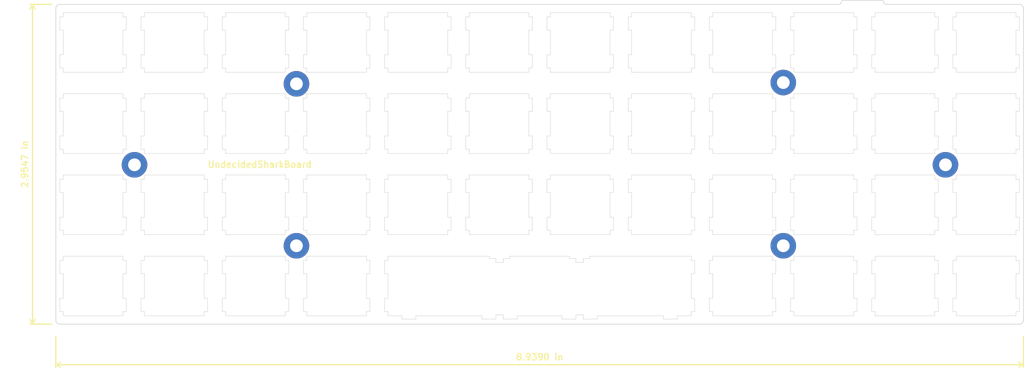
<source format=kicad_pcb>
(kicad_pcb (version 20171130) (host pcbnew 5.0.1)

  (general
    (thickness 1.6)
    (drawings 958)
    (tracks 0)
    (zones 0)
    (modules 6)
    (nets 1)
  )

  (page A4)
  (layers
    (0 F.Cu signal)
    (31 B.Cu signal)
    (32 B.Adhes user hide)
    (33 F.Adhes user hide)
    (34 B.Paste user)
    (35 F.Paste user hide)
    (36 B.SilkS user hide)
    (37 F.SilkS user)
    (38 B.Mask user hide)
    (39 F.Mask user hide)
    (40 Dwgs.User user hide)
    (41 Cmts.User user hide)
    (42 Eco1.User user hide)
    (43 Eco2.User user)
    (44 Edge.Cuts user)
    (45 Margin user hide)
    (46 B.CrtYd user hide)
    (47 F.CrtYd user hide)
    (48 B.Fab user hide)
    (49 F.Fab user hide)
  )

  (setup
    (last_trace_width 0.25)
    (trace_clearance 0.13)
    (zone_clearance 0.13)
    (zone_45_only no)
    (trace_min 0.09)
    (segment_width 0.15)
    (edge_width 0.15)
    (via_size 0.45)
    (via_drill 0.2)
    (via_min_size 0.45)
    (via_min_drill 0.2)
    (uvia_size 0.45)
    (uvia_drill 0.2)
    (uvias_allowed no)
    (uvia_min_size 0.2)
    (uvia_min_drill 0.1)
    (pcb_text_width 0.3)
    (pcb_text_size 1.5 1.5)
    (mod_edge_width 0.15)
    (mod_text_size 1 1)
    (mod_text_width 0.15)
    (pad_size 1.524 1.524)
    (pad_drill 0.762)
    (pad_to_mask_clearance 0.051)
    (solder_mask_min_width 0.25)
    (aux_axis_origin 0 0)
    (visible_elements FFFFFF7F)
    (pcbplotparams
      (layerselection 0x018f0_ffffffff)
      (usegerberextensions true)
      (usegerberattributes false)
      (usegerberadvancedattributes false)
      (creategerberjobfile false)
      (excludeedgelayer true)
      (linewidth 0.100000)
      (plotframeref false)
      (viasonmask false)
      (mode 1)
      (useauxorigin false)
      (hpglpennumber 1)
      (hpglpenspeed 20)
      (hpglpendiameter 15.000000)
      (psnegative false)
      (psa4output false)
      (plotreference true)
      (plotvalue true)
      (plotinvisibletext false)
      (padsonsilk false)
      (subtractmaskfromsilk false)
      (outputformat 1)
      (mirror false)
      (drillshape 0)
      (scaleselection 1)
      (outputdirectory "gerbers/plate/"))
  )

  (net 0 "")

  (net_class Default "This is the default net class."
    (clearance 0.13)
    (trace_width 0.25)
    (via_dia 0.45)
    (via_drill 0.2)
    (uvia_dia 0.45)
    (uvia_drill 0.2)
  )

  (module MountingHole:MountingHole_3mm_Pad (layer F.Cu) (tedit 5BF4AD78) (tstamp 5C011049)
    (at 243.4375 102.71875)
    (descr "Mounting Hole 3mm")
    (tags "mounting hole 3mm")
    (attr virtual)
    (fp_text reference REF** (at 0 -4) (layer Dwgs.User)
      (effects (font (size 1 1) (thickness 0.15)))
    )
    (fp_text value MountingHole_3mm_Pad (at 0 4) (layer F.Fab)
      (effects (font (size 1 1) (thickness 0.15)))
    )
    (fp_text user %R (at 0.3 0) (layer F.Fab)
      (effects (font (size 1 1) (thickness 0.15)))
    )
    (fp_circle (center 0 0) (end 3 0) (layer Cmts.User) (width 0.15))
    (fp_circle (center 0 0) (end 3.25 0) (layer F.CrtYd) (width 0.05))
    (pad 1 thru_hole circle (at 0 0) (size 6 6) (drill 3) (layers *.Cu *.Mask))
  )

  (module MountingHole:MountingHole_3mm_Pad (layer F.Cu) (tedit 5BF4AD75) (tstamp 5C010F9F)
    (at 205.378125 83.421875)
    (descr "Mounting Hole 3mm")
    (tags "mounting hole 3mm")
    (attr virtual)
    (fp_text reference REF** (at 0 -4) (layer Dwgs.User)
      (effects (font (size 1 1) (thickness 0.15)))
    )
    (fp_text value MountingHole_3mm_Pad (at 0 4) (layer F.Fab)
      (effects (font (size 1 1) (thickness 0.15)))
    )
    (fp_circle (center 0 0) (end 3.25 0) (layer F.CrtYd) (width 0.05))
    (fp_circle (center 0 0) (end 3 0) (layer Cmts.User) (width 0.15))
    (fp_text user %R (at 0.3 0) (layer F.Fab)
      (effects (font (size 1 1) (thickness 0.15)))
    )
    (pad 1 thru_hole circle (at 0 0) (size 6 6) (drill 3) (layers *.Cu *.Mask))
  )

  (module MountingHole:MountingHole_3mm_Pad (layer F.Cu) (tedit 5BF4AD73) (tstamp 5C010F98)
    (at 205.378125 121.71875)
    (descr "Mounting Hole 3mm")
    (tags "mounting hole 3mm")
    (attr virtual)
    (fp_text reference REF** (at 0 -4) (layer Dwgs.User)
      (effects (font (size 1 1) (thickness 0.15)))
    )
    (fp_text value MountingHole_3mm_Pad (at 0 4) (layer F.Fab)
      (effects (font (size 1 1) (thickness 0.15)))
    )
    (fp_text user %R (at 0.3 0) (layer F.Fab)
      (effects (font (size 1 1) (thickness 0.15)))
    )
    (fp_circle (center 0 0) (end 3 0) (layer Cmts.User) (width 0.15))
    (fp_circle (center 0 0) (end 3.25 0) (layer F.CrtYd) (width 0.05))
    (pad 1 thru_hole circle (at 0 0) (size 6 6) (drill 3) (layers *.Cu *.Mask))
  )

  (module MountingHole:MountingHole_3mm_Pad (layer F.Cu) (tedit 5BF4AD6E) (tstamp 5C010F68)
    (at 91.140625 121.71875)
    (descr "Mounting Hole 3mm")
    (tags "mounting hole 3mm")
    (attr virtual)
    (fp_text reference REF** (at 0 -4) (layer Dwgs.User)
      (effects (font (size 1 1) (thickness 0.15)))
    )
    (fp_text value MountingHole_3mm_Pad (at 0 4) (layer F.Fab)
      (effects (font (size 1 1) (thickness 0.15)))
    )
    (fp_circle (center 0 0) (end 3.25 0) (layer F.CrtYd) (width 0.05))
    (fp_circle (center 0 0) (end 3 0) (layer Cmts.User) (width 0.15))
    (fp_text user %R (at 0.3 0) (layer F.Fab)
      (effects (font (size 1 1) (thickness 0.15)))
    )
    (pad 1 thru_hole circle (at 0 0) (size 6 6) (drill 3) (layers *.Cu *.Mask))
  )

  (module MountingHole:MountingHole_3mm_Pad (layer F.Cu) (tedit 5BF4AD65) (tstamp 5C010F4E)
    (at 91.140625 83.71875)
    (descr "Mounting Hole 3mm")
    (tags "mounting hole 3mm")
    (attr virtual)
    (fp_text reference REF** (at 0.35625 0.178125) (layer Dwgs.User)
      (effects (font (size 1 1) (thickness 0.15)))
    )
    (fp_text value MountingHole_3mm_Pad (at 0 4) (layer F.Fab)
      (effects (font (size 1 1) (thickness 0.15)))
    )
    (fp_text user %R (at 0.3 0) (layer F.Fab)
      (effects (font (size 1 1) (thickness 0.15)))
    )
    (fp_circle (center 0 0) (end 3 0) (layer Cmts.User) (width 0.15))
    (fp_circle (center 0 0) (end 3.25 0) (layer F.CrtYd) (width 0.05))
    (pad 1 thru_hole circle (at 0 0) (size 6 6) (drill 3) (layers *.Cu *.Mask))
  )

  (module MountingHole:MountingHole_3mm_Pad (layer F.Cu) (tedit 5BF4AD70) (tstamp 5C010E3C)
    (at 53.140625 102.71875)
    (descr "Mounting Hole 3mm")
    (tags "mounting hole 3mm")
    (attr virtual)
    (fp_text reference REF** (at 0 -4) (layer Dwgs.User)
      (effects (font (size 1 1) (thickness 0.15)))
    )
    (fp_text value MountingHole_3mm_Pad (at 0 4) (layer F.Fab)
      (effects (font (size 1 1) (thickness 0.15)))
    )
    (fp_circle (center 0 0) (end 3.25 0) (layer F.CrtYd) (width 0.05))
    (fp_circle (center 0 0) (end 3 0) (layer Cmts.User) (width 0.15))
    (fp_text user %R (at 0.3 0) (layer F.Fab)
      (effects (font (size 1 1) (thickness 0.15)))
    )
    (pad 1 thru_hole circle (at 0 0) (size 6 6) (drill 3) (layers *.Cu *.Mask))
  )

  (gr_line (start 228.475 64.125) (end 219.45 64.125) (layer Edge.Cuts) (width 0.15) (tstamp 5BFEDCD9))
  (gr_text UndecidedSharkBoard (at 82.53125 102.659375) (layer F.SilkS)
    (effects (font (size 1.5 1.5) (thickness 0.3)))
  )
  (gr_line (start 203.62599 106.1125) (end 202.82499 106.1125) (layer Edge.Cuts) (width 0.1))
  (gr_line (start 203.62599 109.2117) (end 203.62599 106.1125) (layer Edge.Cuts) (width 0.1))
  (gr_line (start 245.17499 128.2604) (end 245.97599 128.2604) (layer Edge.Cuts) (width 0.1))
  (gr_line (start 112.62569 106.1125) (end 111.82489 106.1125) (layer Edge.Cuts) (width 0.1))
  (gr_line (start 36.42564 119.1116) (end 50.42519 119.1116) (layer Edge.Cuts) (width 0.1))
  (gr_line (start 226.12499 137.16247) (end 226.92599 137.16247) (layer Edge.Cuts) (width 0.1))
  (gr_line (start 35.625 90.1618) (end 36.42564 90.1618) (layer Edge.Cuts) (width 0.1))
  (gr_line (start 35.625 87.0626) (end 35.625 90.1618) (layer Edge.Cuts) (width 0.1))
  (gr_line (start 55.47569 115.0119) (end 54.67499 115.0119) (layer Edge.Cuts) (width 0.1))
  (gr_line (start 169.77599 100.0614) (end 183.77499 100.0614) (layer Edge.Cuts) (width 0.1))
  (gr_line (start 169.77599 99.0624) (end 169.77599 100.0614) (layer Edge.Cuts) (width 0.1))
  (gr_line (start 168.97499 99.0624) (end 169.77599 99.0624) (layer Edge.Cuts) (width 0.1))
  (gr_line (start 88.52499 109.2117) (end 89.32579 109.2117) (layer Edge.Cuts) (width 0.1))
  (gr_line (start 226.92599 137.16247) (end 226.92599 138.16156) (layer Edge.Cuts) (width 0.1))
  (gr_line (start 207.87599 95.9618) (end 207.07499 95.9618) (layer Edge.Cuts) (width 0.1))
  (gr_line (start 207.87599 90.1618) (end 207.87599 95.9618) (layer Edge.Cuts) (width 0.1))
  (gr_line (start 207.07499 90.1618) (end 207.87599 90.1618) (layer Edge.Cuts) (width 0.1))
  (gr_line (start 55.47569 105.1122) (end 55.47569 106.1125) (layer Edge.Cuts) (width 0.1))
  (gr_line (start 69.47499 119.1116) (end 69.47499 118.1125) (layer Edge.Cuts) (width 0.1))
  (gr_line (start 245.97599 115.0119) (end 245.17499 115.0119) (layer Edge.Cuts) (width 0.1))
  (gr_line (start 245.97599 109.2117) (end 245.97599 115.0119) (layer Edge.Cuts) (width 0.1))
  (gr_line (start 207.87599 106.1125) (end 207.07499 106.1125) (layer Edge.Cuts) (width 0.1))
  (gr_line (start 207.87599 105.1122) (end 207.87599 106.1125) (layer Edge.Cuts) (width 0.1))
  (gr_line (start 111.82489 95.9618) (end 111.82489 99.0624) (layer Edge.Cuts) (width 0.1))
  (gr_line (start 112.62569 95.9618) (end 111.82489 95.9618) (layer Edge.Cuts) (width 0.1))
  (gr_line (start 112.62569 90.1618) (end 112.62569 95.9618) (layer Edge.Cuts) (width 0.1))
  (gr_line (start 54.67499 118.1125) (end 55.47569 118.1125) (layer Edge.Cuts) (width 0.1))
  (gr_line (start 226.92599 138.16156) (end 240.92499 138.16156) (layer Edge.Cuts) (width 0.1))
  (gr_line (start 73.72489 109.2117) (end 74.52569 109.2117) (layer Edge.Cuts) (width 0.1))
  (gr_line (start 112.62569 115.0119) (end 111.82489 115.0119) (layer Edge.Cuts) (width 0.1))
  (gr_line (start 69.47499 118.1125) (end 70.27579 118.1125) (layer Edge.Cuts) (width 0.1))
  (gr_line (start 184.57599 115.0119) (end 183.77499 115.0119) (layer Edge.Cuts) (width 0.1))
  (gr_line (start 184.57599 118.1125) (end 184.57599 115.0119) (layer Edge.Cuts) (width 0.1))
  (gr_line (start 240.92499 138.16156) (end 240.92499 137.16247) (layer Edge.Cuts) (width 0.1))
  (gr_line (start 259.97499 134.06191) (end 259.97499 128.2604) (layer Edge.Cuts) (width 0.1))
  (gr_line (start 50.42519 109.2117) (end 51.22579 109.2117) (layer Edge.Cuts) (width 0.1))
  (gr_line (start 51.22579 118.1125) (end 51.22579 115.0119) (layer Edge.Cuts) (width 0.1))
  (gr_line (start 50.42519 118.1125) (end 51.22579 118.1125) (layer Edge.Cuts) (width 0.1))
  (gr_line (start 207.87599 68.0126) (end 207.07499 68.0126) (layer Edge.Cuts) (width 0.1))
  (gr_line (start 207.87599 67.0121) (end 207.87599 68.0126) (layer Edge.Cuts) (width 0.1))
  (gr_line (start 221.87499 67.0121) (end 207.87599 67.0121) (layer Edge.Cuts) (width 0.1))
  (gr_line (start 221.87499 68.0126) (end 221.87499 67.0121) (layer Edge.Cuts) (width 0.1))
  (gr_line (start 222.67599 68.0126) (end 221.87499 68.0126) (layer Edge.Cuts) (width 0.1))
  (gr_line (start 240.92499 137.16247) (end 241.72599 137.16247) (layer Edge.Cuts) (width 0.1))
  (gr_line (start 241.72599 137.16247) (end 241.72599 134.06191) (layer Edge.Cuts) (width 0.1))
  (gr_line (start 226.92599 134.06191) (end 226.12499 134.06191) (layer Edge.Cuts) (width 0.1))
  (gr_line (start 221.87499 125.1625) (end 221.87499 124.1621) (layer Edge.Cuts) (width 0.1))
  (gr_line (start 221.87499 124.1621) (end 207.87599 124.1621) (layer Edge.Cuts) (width 0.1))
  (gr_line (start 245.97599 125.1625) (end 245.17499 125.1625) (layer Edge.Cuts) (width 0.1))
  (gr_line (start 207.87599 124.1621) (end 207.87599 125.1625) (layer Edge.Cuts) (width 0.1))
  (gr_line (start 207.87599 125.1625) (end 207.07499 125.1625) (layer Edge.Cuts) (width 0.1))
  (gr_line (start 169.77599 119.1116) (end 183.77499 119.1116) (layer Edge.Cuts) (width 0.1))
  (gr_line (start 169.77599 118.1125) (end 169.77599 119.1116) (layer Edge.Cuts) (width 0.1))
  (gr_line (start 50.42519 105.1122) (end 36.42564 105.1122) (layer Edge.Cuts) (width 0.1))
  (gr_line (start 226.12499 125.1625) (end 226.12499 128.2604) (layer Edge.Cuts) (width 0.1))
  (gr_line (start 226.12499 128.2604) (end 226.92599 128.2604) (layer Edge.Cuts) (width 0.1))
  (gr_line (start 226.92599 128.2604) (end 226.92599 134.06191) (layer Edge.Cuts) (width 0.1))
  (gr_line (start 222.67599 125.1625) (end 221.87499 125.1625) (layer Edge.Cuts) (width 0.1))
  (gr_line (start 221.87499 138.16156) (end 221.87499 137.16247) (layer Edge.Cuts) (width 0.1))
  (gr_line (start 221.87499 137.16247) (end 222.67599 137.16247) (layer Edge.Cuts) (width 0.1))
  (gr_line (start 50.42519 106.1125) (end 50.42519 105.1122) (layer Edge.Cuts) (width 0.1))
  (gr_line (start 259.97499 124.1621) (end 245.97599 124.1621) (layer Edge.Cuts) (width 0.1))
  (gr_line (start 222.67599 137.16247) (end 222.67599 134.06191) (layer Edge.Cuts) (width 0.1))
  (gr_line (start 226.92599 119.1116) (end 240.92499 119.1116) (layer Edge.Cuts) (width 0.1))
  (gr_line (start 226.92599 118.1125) (end 226.92599 119.1116) (layer Edge.Cuts) (width 0.1))
  (gr_line (start 222.67599 134.06191) (end 221.87499 134.06191) (layer Edge.Cuts) (width 0.1))
  (gr_line (start 74.52569 119.1116) (end 88.52499 119.1116) (layer Edge.Cuts) (width 0.1))
  (gr_line (start 221.87499 134.06191) (end 221.87499 128.2604) (layer Edge.Cuts) (width 0.1))
  (gr_line (start 221.87499 128.2604) (end 222.67599 128.2604) (layer Edge.Cuts) (width 0.1))
  (gr_line (start 222.67599 128.2604) (end 222.67599 125.1625) (layer Edge.Cuts) (width 0.1))
  (gr_line (start 207.87599 138.16156) (end 221.87499 138.16156) (layer Edge.Cuts) (width 0.1))
  (gr_line (start 89.32579 106.1125) (end 88.52499 106.1125) (layer Edge.Cuts) (width 0.1))
  (gr_line (start 260.77599 125.1625) (end 259.97499 125.1625) (layer Edge.Cuts) (width 0.1))
  (gr_line (start 69.47499 115.0119) (end 69.47499 109.2117) (layer Edge.Cuts) (width 0.1))
  (gr_line (start 207.07499 125.1625) (end 207.07499 128.2604) (layer Edge.Cuts) (width 0.1))
  (gr_line (start 145.67499 80.0124) (end 146.47399 80.0124) (layer Edge.Cuts) (width 0.1))
  (gr_line (start 145.67499 81.0114) (end 145.67499 80.0124) (layer Edge.Cuts) (width 0.1))
  (gr_line (start 131.67429 81.0114) (end 145.67499 81.0114) (layer Edge.Cuts) (width 0.1))
  (gr_line (start 131.67429 80.0124) (end 131.67429 81.0114) (layer Edge.Cuts) (width 0.1))
  (gr_line (start 130.87489 80.0124) (end 131.67429 80.0124) (layer Edge.Cuts) (width 0.1))
  (gr_line (start 207.07499 128.2604) (end 207.87599 128.2604) (layer Edge.Cuts) (width 0.1))
  (gr_line (start 107.57499 105.1122) (end 93.57569 105.1122) (layer Edge.Cuts) (width 0.1))
  (gr_line (start 241.72599 115.0119) (end 240.92499 115.0119) (layer Edge.Cuts) (width 0.1))
  (gr_line (start 241.72599 118.1125) (end 241.72599 115.0119) (layer Edge.Cuts) (width 0.1))
  (gr_line (start 126.62499 119.1116) (end 126.62499 118.1125) (layer Edge.Cuts) (width 0.1))
  (gr_line (start 260.77599 115.0119) (end 259.97499 115.0119) (layer Edge.Cuts) (width 0.1))
  (gr_line (start 260.77599 118.1125) (end 260.77599 115.0119) (layer Edge.Cuts) (width 0.1))
  (gr_line (start 221.87499 118.1125) (end 222.67599 118.1125) (layer Edge.Cuts) (width 0.1))
  (gr_line (start 221.87499 119.1116) (end 221.87499 118.1125) (layer Edge.Cuts) (width 0.1))
  (gr_line (start 54.67499 109.2117) (end 55.47569 109.2117) (layer Edge.Cuts) (width 0.1))
  (gr_line (start 207.87599 128.2604) (end 207.87599 134.06191) (layer Edge.Cuts) (width 0.1))
  (gr_line (start 207.87599 134.06191) (end 207.07499 134.06191) (layer Edge.Cuts) (width 0.1))
  (gr_line (start 183.77499 118.1125) (end 184.57599 118.1125) (layer Edge.Cuts) (width 0.1))
  (gr_line (start 183.77499 119.1116) (end 183.77499 118.1125) (layer Edge.Cuts) (width 0.1))
  (gr_line (start 146.47399 90.1618) (end 146.47399 87.0626) (layer Edge.Cuts) (width 0.1))
  (gr_line (start 145.67499 90.1618) (end 146.47399 90.1618) (layer Edge.Cuts) (width 0.1))
  (gr_line (start 145.67499 95.9618) (end 145.67499 90.1618) (layer Edge.Cuts) (width 0.1))
  (gr_line (start 207.07499 134.06191) (end 207.07499 137.16247) (layer Edge.Cuts) (width 0.1))
  (gr_line (start 36.42564 106.1125) (end 35.625 106.1125) (layer Edge.Cuts) (width 0.1))
  (gr_line (start 207.07499 137.16247) (end 207.87599 137.16247) (layer Edge.Cuts) (width 0.1))
  (gr_line (start 226.12499 76.9118) (end 226.12499 80.0124) (layer Edge.Cuts) (width 0.1))
  (gr_line (start 226.92599 76.9118) (end 226.12499 76.9118) (layer Edge.Cuts) (width 0.1))
  (gr_line (start 226.92599 71.1118) (end 226.92599 76.9118) (layer Edge.Cuts) (width 0.1))
  (gr_line (start 226.12499 71.1118) (end 226.92599 71.1118) (layer Edge.Cuts) (width 0.1))
  (gr_line (start 226.12499 68.0126) (end 226.12499 71.1118) (layer Edge.Cuts) (width 0.1))
  (gr_line (start 112.62569 109.2117) (end 112.62569 115.0119) (layer Edge.Cuts) (width 0.1))
  (gr_line (start 207.87599 137.16247) (end 207.87599 138.16156) (layer Edge.Cuts) (width 0.1))
  (gr_line (start 188.82599 125.1625) (end 188.02499 125.1625) (layer Edge.Cuts) (width 0.1))
  (gr_line (start 202.82499 134.06191) (end 202.82499 128.2604) (layer Edge.Cuts) (width 0.1))
  (gr_line (start 70.27579 87.0626) (end 69.47499 87.0626) (layer Edge.Cuts) (width 0.1))
  (gr_line (start 70.27579 90.1618) (end 70.27579 87.0626) (layer Edge.Cuts) (width 0.1))
  (gr_line (start 240.92499 134.06191) (end 240.92499 128.2604) (layer Edge.Cuts) (width 0.1))
  (gr_line (start 51.22579 106.1125) (end 50.42519 106.1125) (layer Edge.Cuts) (width 0.1))
  (gr_line (start 183.77499 80.0124) (end 184.57599 80.0124) (layer Edge.Cuts) (width 0.1))
  (gr_line (start 183.77499 81.0114) (end 183.77499 80.0124) (layer Edge.Cuts) (width 0.1))
  (gr_line (start 169.77599 81.0114) (end 183.77499 81.0114) (layer Edge.Cuts) (width 0.1))
  (gr_line (start 169.77599 80.0124) (end 169.77599 81.0114) (layer Edge.Cuts) (width 0.1))
  (gr_line (start 168.97499 80.0124) (end 169.77599 80.0124) (layer Edge.Cuts) (width 0.1))
  (gr_line (start 202.82499 128.2604) (end 203.62599 128.2604) (layer Edge.Cuts) (width 0.1))
  (gr_line (start 92.77489 118.1125) (end 93.57569 118.1125) (layer Edge.Cuts) (width 0.1))
  (gr_line (start 203.62599 128.2604) (end 203.62599 125.1625) (layer Edge.Cuts) (width 0.1))
  (gr_line (start 203.62599 125.1625) (end 202.82499 125.1625) (layer Edge.Cuts) (width 0.1))
  (gr_line (start 202.82499 125.1625) (end 202.82499 124.1621) (layer Edge.Cuts) (width 0.1))
  (gr_line (start 202.82499 124.1621) (end 188.82599 124.1621) (layer Edge.Cuts) (width 0.1))
  (gr_line (start 111.82489 109.2117) (end 112.62569 109.2117) (layer Edge.Cuts) (width 0.1))
  (gr_line (start 245.17499 137.16247) (end 245.97599 137.16247) (layer Edge.Cuts) (width 0.1))
  (gr_line (start 188.82599 124.1621) (end 188.82599 125.1625) (layer Edge.Cuts) (width 0.1))
  (gr_line (start 259.97499 118.1125) (end 260.77599 118.1125) (layer Edge.Cuts) (width 0.1))
  (gr_line (start 259.97499 119.1116) (end 259.97499 118.1125) (layer Edge.Cuts) (width 0.1))
  (gr_line (start 240.92499 124.1621) (end 226.92599 124.1621) (layer Edge.Cuts) (width 0.1))
  (gr_line (start 149.92499 76.9118) (end 149.92499 80.0124) (layer Edge.Cuts) (width 0.1))
  (gr_line (start 150.72399 76.9118) (end 149.92499 76.9118) (layer Edge.Cuts) (width 0.1))
  (gr_line (start 150.72399 71.1118) (end 150.72399 76.9118) (layer Edge.Cuts) (width 0.1))
  (gr_line (start 149.92499 71.1118) (end 150.72399 71.1118) (layer Edge.Cuts) (width 0.1))
  (gr_line (start 149.92499 68.0126) (end 149.92499 71.1118) (layer Edge.Cuts) (width 0.1))
  (gr_line (start 108.37579 71.1118) (end 108.37579 68.0126) (layer Edge.Cuts) (width 0.1))
  (gr_line (start 107.57499 71.1118) (end 108.37579 71.1118) (layer Edge.Cuts) (width 0.1))
  (gr_line (start 107.57499 76.9118) (end 107.57499 71.1118) (layer Edge.Cuts) (width 0.1))
  (gr_line (start 108.37579 76.9118) (end 107.57499 76.9118) (layer Edge.Cuts) (width 0.1))
  (gr_line (start 108.37579 80.0124) (end 108.37579 76.9118) (layer Edge.Cuts) (width 0.1))
  (gr_line (start 183.77499 87.0626) (end 183.77499 86.0621) (layer Edge.Cuts) (width 0.1))
  (gr_line (start 184.57599 87.0626) (end 183.77499 87.0626) (layer Edge.Cuts) (width 0.1))
  (gr_line (start 184.57599 90.1618) (end 184.57599 87.0626) (layer Edge.Cuts) (width 0.1))
  (gr_line (start 70.27579 118.1125) (end 70.27579 115.0119) (layer Edge.Cuts) (width 0.1))
  (gr_line (start 88.52499 119.1116) (end 88.52499 118.1125) (layer Edge.Cuts) (width 0.1))
  (gr_line (start 150.72399 106.1125) (end 149.92499 106.1125) (layer Edge.Cuts) (width 0.1))
  (gr_line (start 150.72399 105.1122) (end 150.72399 106.1125) (layer Edge.Cuts) (width 0.1))
  (gr_line (start 203.62599 134.06191) (end 202.82499 134.06191) (layer Edge.Cuts) (width 0.1))
  (gr_line (start 146.47399 95.9618) (end 145.67499 95.9618) (layer Edge.Cuts) (width 0.1))
  (gr_line (start 146.47399 99.0624) (end 146.47399 95.9618) (layer Edge.Cuts) (width 0.1))
  (gr_line (start 145.67499 99.0624) (end 146.47399 99.0624) (layer Edge.Cuts) (width 0.1))
  (gr_line (start 188.02499 134.06191) (end 188.02499 137.16247) (layer Edge.Cuts) (width 0.1))
  (gr_line (start 188.02499 137.16247) (end 188.82599 137.16247) (layer Edge.Cuts) (width 0.1))
  (gr_line (start 161.74999 138.91259) (end 158.45099 138.91259) (layer Edge.Cuts) (width 0.1))
  (gr_line (start 161.74999 138.16156) (end 161.74999 138.91259) (layer Edge.Cuts) (width 0.1))
  (gr_line (start 177.22699 138.16156) (end 161.74999 138.16156) (layer Edge.Cuts) (width 0.1))
  (gr_line (start 177.22699 138.91259) (end 177.22699 138.16156) (layer Edge.Cuts) (width 0.1))
  (gr_line (start 180.52699 138.91259) (end 177.22699 138.91259) (layer Edge.Cuts) (width 0.1))
  (gr_line (start 180.52699 138.16156) (end 180.52699 138.91259) (layer Edge.Cuts) (width 0.1))
  (gr_line (start 188.82599 137.16247) (end 188.82599 138.16156) (layer Edge.Cuts) (width 0.1))
  (gr_line (start 226.12499 90.1618) (end 226.92599 90.1618) (layer Edge.Cuts) (width 0.1))
  (gr_line (start 226.12499 87.0626) (end 226.12499 90.1618) (layer Edge.Cuts) (width 0.1))
  (gr_line (start 207.87599 87.0626) (end 207.07499 87.0626) (layer Edge.Cuts) (width 0.1))
  (gr_line (start 89.32579 118.1125) (end 89.32579 115.0119) (layer Edge.Cuts) (width 0.1))
  (gr_line (start 183.77499 109.2117) (end 184.57599 109.2117) (layer Edge.Cuts) (width 0.1))
  (gr_line (start 183.77499 115.0119) (end 183.77499 109.2117) (layer Edge.Cuts) (width 0.1))
  (gr_line (start 259.97499 138.16156) (end 259.97499 137.16247) (layer Edge.Cuts) (width 0.1))
  (gr_line (start 188.82599 138.16156) (end 202.82499 138.16156) (layer Edge.Cuts) (width 0.1))
  (gr_line (start 54.67499 106.1125) (end 54.67499 109.2117) (layer Edge.Cuts) (width 0.1))
  (gr_line (start 202.82499 138.16156) (end 202.82499 137.16247) (layer Edge.Cuts) (width 0.1))
  (gr_line (start 202.82499 137.16247) (end 203.62599 137.16247) (layer Edge.Cuts) (width 0.1))
  (gr_line (start 203.62599 137.16247) (end 203.62599 134.06191) (layer Edge.Cuts) (width 0.1))
  (gr_line (start 260.77599 106.1125) (end 259.97499 106.1125) (layer Edge.Cuts) (width 0.1))
  (gr_line (start 260.77599 109.2117) (end 260.77599 106.1125) (layer Edge.Cuts) (width 0.1))
  (gr_line (start 92.77489 109.2117) (end 93.57569 109.2117) (layer Edge.Cuts) (width 0.1))
  (gr_line (start 54.67499 80.0124) (end 55.47569 80.0124) (layer Edge.Cuts) (width 0.1))
  (gr_line (start 54.67499 76.9118) (end 54.67499 80.0124) (layer Edge.Cuts) (width 0.1))
  (gr_line (start 55.47569 76.9118) (end 54.67499 76.9118) (layer Edge.Cuts) (width 0.1))
  (gr_line (start 55.47569 71.1118) (end 55.47569 76.9118) (layer Edge.Cuts) (width 0.1))
  (gr_line (start 188.82599 134.06191) (end 188.02499 134.06191) (layer Edge.Cuts) (width 0.1))
  (gr_line (start 88.52499 115.0119) (end 88.52499 109.2117) (layer Edge.Cuts) (width 0.1))
  (gr_line (start 127.42439 106.1125) (end 126.62499 106.1125) (layer Edge.Cuts) (width 0.1))
  (gr_line (start 207.07499 87.0626) (end 207.07499 90.1618) (layer Edge.Cuts) (width 0.1))
  (gr_line (start 188.82599 87.0626) (end 188.02499 87.0626) (layer Edge.Cuts) (width 0.1))
  (gr_line (start 188.82599 86.0621) (end 188.82599 87.0626) (layer Edge.Cuts) (width 0.1))
  (gr_line (start 245.97599 119.1116) (end 259.97499 119.1116) (layer Edge.Cuts) (width 0.1))
  (gr_line (start 245.97599 118.1125) (end 245.97599 119.1116) (layer Edge.Cuts) (width 0.1))
  (gr_line (start 107.57499 125.1625) (end 107.57499 124.1621) (layer Edge.Cuts) (width 0.1))
  (gr_line (start 221.87499 99.0624) (end 222.67599 99.0624) (layer Edge.Cuts) (width 0.1))
  (gr_line (start 221.87499 100.0614) (end 221.87499 99.0624) (layer Edge.Cuts) (width 0.1))
  (gr_line (start 207.87599 100.0614) (end 221.87499 100.0614) (layer Edge.Cuts) (width 0.1))
  (gr_line (start 127.42439 109.2117) (end 127.42439 106.1125) (layer Edge.Cuts) (width 0.1))
  (gr_line (start 93.57569 119.1116) (end 107.57499 119.1116) (layer Edge.Cuts) (width 0.1))
  (gr_line (start 111.82489 106.1125) (end 111.82489 109.2117) (layer Edge.Cuts) (width 0.1))
  (gr_line (start 226.92599 125.1625) (end 226.12499 125.1625) (layer Edge.Cuts) (width 0.1))
  (gr_line (start 36.42564 105.1122) (end 36.42564 106.1125) (layer Edge.Cuts) (width 0.1))
  (gr_line (start 111.82489 118.1125) (end 112.62569 118.1125) (layer Edge.Cuts) (width 0.1))
  (gr_line (start 146.47399 71.1118) (end 146.47399 68.0126) (layer Edge.Cuts) (width 0.1))
  (gr_line (start 145.67499 71.1118) (end 146.47399 71.1118) (layer Edge.Cuts) (width 0.1))
  (gr_line (start 145.67499 76.9118) (end 145.67499 71.1118) (layer Edge.Cuts) (width 0.1))
  (gr_line (start 146.47399 76.9118) (end 145.67499 76.9118) (layer Edge.Cuts) (width 0.1))
  (gr_line (start 146.47399 80.0124) (end 146.47399 76.9118) (layer Edge.Cuts) (width 0.1))
  (gr_line (start 88.52499 105.1122) (end 74.52569 105.1122) (layer Edge.Cuts) (width 0.1))
  (gr_line (start 245.97599 137.16247) (end 245.97599 138.16156) (layer Edge.Cuts) (width 0.1))
  (gr_line (start 107.57499 124.1621) (end 93.57569 124.1621) (layer Edge.Cuts) (width 0.1))
  (gr_line (start 93.57569 124.1621) (end 93.57569 125.1625) (layer Edge.Cuts) (width 0.1))
  (gr_line (start 226.12499 109.2117) (end 226.92599 109.2117) (layer Edge.Cuts) (width 0.1))
  (gr_line (start 226.12499 106.1125) (end 226.12499 109.2117) (layer Edge.Cuts) (width 0.1))
  (gr_line (start 93.57569 125.1625) (end 92.77489 125.1625) (layer Edge.Cuts) (width 0.1))
  (gr_line (start 188.02499 125.1625) (end 188.02499 128.2604) (layer Edge.Cuts) (width 0.1))
  (gr_line (start 188.02499 128.2604) (end 188.82599 128.2604) (layer Edge.Cuts) (width 0.1))
  (gr_line (start 188.82599 128.2604) (end 188.82599 134.06191) (layer Edge.Cuts) (width 0.1))
  (gr_line (start 92.77489 80.0124) (end 93.57569 80.0124) (layer Edge.Cuts) (width 0.1))
  (gr_line (start 92.77489 76.9118) (end 92.77489 80.0124) (layer Edge.Cuts) (width 0.1))
  (gr_line (start 93.57569 76.9118) (end 92.77489 76.9118) (layer Edge.Cuts) (width 0.1))
  (gr_line (start 93.57569 71.1118) (end 93.57569 76.9118) (layer Edge.Cuts) (width 0.1))
  (gr_line (start 245.17499 118.1125) (end 245.97599 118.1125) (layer Edge.Cuts) (width 0.1))
  (gr_line (start 245.17499 115.0119) (end 245.17499 118.1125) (layer Edge.Cuts) (width 0.1))
  (gr_line (start 207.87599 99.0624) (end 207.87599 100.0614) (layer Edge.Cuts) (width 0.1))
  (gr_line (start 207.07499 99.0624) (end 207.87599 99.0624) (layer Edge.Cuts) (width 0.1))
  (gr_line (start 207.07499 95.9618) (end 207.07499 99.0624) (layer Edge.Cuts) (width 0.1))
  (gr_line (start 93.57569 86.0621) (end 93.57569 87.0626) (layer Edge.Cuts) (width 0.1))
  (gr_line (start 107.57499 86.0621) (end 93.57569 86.0621) (layer Edge.Cuts) (width 0.1))
  (gr_line (start 107.57499 87.0626) (end 107.57499 86.0621) (layer Edge.Cuts) (width 0.1))
  (gr_line (start 35.625 80.0124) (end 36.42564 80.0124) (layer Edge.Cuts) (width 0.1))
  (gr_line (start 35.625 76.9118) (end 35.625 80.0124) (layer Edge.Cuts) (width 0.1))
  (gr_line (start 36.42564 76.9118) (end 35.625 76.9118) (layer Edge.Cuts) (width 0.1))
  (gr_line (start 36.42564 71.1118) (end 36.42564 76.9118) (layer Edge.Cuts) (width 0.1))
  (gr_line (start 241.72599 80.0124) (end 241.72599 76.9118) (layer Edge.Cuts) (width 0.1))
  (gr_line (start 240.92499 80.0124) (end 241.72599 80.0124) (layer Edge.Cuts) (width 0.1))
  (gr_line (start 240.92499 81.0114) (end 240.92499 80.0124) (layer Edge.Cuts) (width 0.1))
  (gr_line (start 226.92599 81.0114) (end 240.92499 81.0114) (layer Edge.Cuts) (width 0.1))
  (gr_line (start 226.92599 80.0124) (end 226.92599 81.0114) (layer Edge.Cuts) (width 0.1))
  (gr_line (start 226.12499 80.0124) (end 226.92599 80.0124) (layer Edge.Cuts) (width 0.1))
  (gr_line (start 69.47499 67.0121) (end 55.47569 67.0121) (layer Edge.Cuts) (width 0.1))
  (gr_line (start 69.47499 68.0126) (end 69.47499 67.0121) (layer Edge.Cuts) (width 0.1))
  (gr_line (start 70.27579 68.0126) (end 69.47499 68.0126) (layer Edge.Cuts) (width 0.1))
  (gr_line (start 70.27579 71.1118) (end 70.27579 68.0126) (layer Edge.Cuts) (width 0.1))
  (gr_line (start 108.37579 125.1625) (end 107.57499 125.1625) (layer Edge.Cuts) (width 0.1))
  (gr_line (start 107.57499 138.16156) (end 107.57499 137.16247) (layer Edge.Cuts) (width 0.1))
  (gr_line (start 107.57499 137.16247) (end 108.37579 137.16247) (layer Edge.Cuts) (width 0.1))
  (gr_line (start 245.97599 124.1621) (end 245.97599 125.1625) (layer Edge.Cuts) (width 0.1))
  (gr_line (start 108.37579 137.16247) (end 108.37579 134.06191) (layer Edge.Cuts) (width 0.1))
  (gr_line (start 108.37579 134.06191) (end 107.57499 134.06191) (layer Edge.Cuts) (width 0.1))
  (gr_line (start 107.57499 134.06191) (end 107.57499 128.2604) (layer Edge.Cuts) (width 0.1))
  (gr_line (start 203.62599 95.9618) (end 202.82499 95.9618) (layer Edge.Cuts) (width 0.1))
  (gr_line (start 203.62599 99.0624) (end 203.62599 95.9618) (layer Edge.Cuts) (width 0.1))
  (gr_line (start 202.82499 99.0624) (end 203.62599 99.0624) (layer Edge.Cuts) (width 0.1))
  (gr_line (start 69.47499 99.0624) (end 70.27579 99.0624) (layer Edge.Cuts) (width 0.1))
  (gr_line (start 69.47499 100.0614) (end 69.47499 99.0624) (layer Edge.Cuts) (width 0.1))
  (gr_line (start 88.52499 106.1125) (end 88.52499 105.1122) (layer Edge.Cuts) (width 0.1))
  (gr_line (start 150.72399 99.0624) (end 150.72399 100.0614) (layer Edge.Cuts) (width 0.1))
  (gr_line (start 149.92499 99.0624) (end 150.72399 99.0624) (layer Edge.Cuts) (width 0.1))
  (gr_line (start 149.92499 95.9618) (end 149.92499 99.0624) (layer Edge.Cuts) (width 0.1))
  (gr_line (start 241.72599 128.2604) (end 241.72599 125.1625) (layer Edge.Cuts) (width 0.1))
  (gr_line (start 51.22579 109.2117) (end 51.22579 106.1125) (layer Edge.Cuts) (width 0.1))
  (gr_line (start 259.97499 90.1618) (end 260.77599 90.1618) (layer Edge.Cuts) (width 0.1))
  (gr_line (start 259.97499 95.9618) (end 259.97499 90.1618) (layer Edge.Cuts) (width 0.1))
  (gr_line (start 260.77599 95.9618) (end 259.97499 95.9618) (layer Edge.Cuts) (width 0.1))
  (gr_line (start 260.77599 99.0624) (end 260.77599 95.9618) (layer Edge.Cuts) (width 0.1))
  (gr_line (start 126.62499 109.2117) (end 127.42439 109.2117) (layer Edge.Cuts) (width 0.1))
  (gr_line (start 69.47499 106.1125) (end 69.47499 105.1122) (layer Edge.Cuts) (width 0.1))
  (gr_line (start 107.57499 128.2604) (end 108.37579 128.2604) (layer Edge.Cuts) (width 0.1))
  (gr_line (start 108.37579 128.2604) (end 108.37579 125.1625) (layer Edge.Cuts) (width 0.1))
  (gr_line (start 93.57569 138.16156) (end 107.57499 138.16156) (layer Edge.Cuts) (width 0.1))
  (gr_line (start 130.87489 99.0624) (end 131.67429 99.0624) (layer Edge.Cuts) (width 0.1))
  (gr_line (start 130.87489 95.9618) (end 130.87489 99.0624) (layer Edge.Cuts) (width 0.1))
  (gr_line (start 131.67429 95.9618) (end 130.87489 95.9618) (layer Edge.Cuts) (width 0.1))
  (gr_line (start 36.42564 118.1125) (end 36.42564 119.1116) (layer Edge.Cuts) (width 0.1))
  (gr_line (start 108.37579 106.1125) (end 107.57499 106.1125) (layer Edge.Cuts) (width 0.1))
  (gr_line (start 74.52569 90.1618) (end 74.52569 95.9618) (layer Edge.Cuts) (width 0.1))
  (gr_line (start 73.72489 90.1618) (end 74.52569 90.1618) (layer Edge.Cuts) (width 0.1))
  (gr_line (start 73.72489 87.0626) (end 73.72489 90.1618) (layer Edge.Cuts) (width 0.1))
  (gr_line (start 126.62499 115.0119) (end 126.62499 109.2117) (layer Edge.Cuts) (width 0.1))
  (gr_line (start 240.92499 68.0126) (end 240.92499 67.0121) (layer Edge.Cuts) (width 0.1))
  (gr_line (start 241.72599 68.0126) (end 240.92499 68.0126) (layer Edge.Cuts) (width 0.1))
  (gr_line (start 241.72599 71.1118) (end 241.72599 68.0126) (layer Edge.Cuts) (width 0.1))
  (gr_line (start 240.92499 71.1118) (end 241.72599 71.1118) (layer Edge.Cuts) (width 0.1))
  (gr_line (start 240.92499 76.9118) (end 240.92499 71.1118) (layer Edge.Cuts) (width 0.1))
  (gr_line (start 241.72599 76.9118) (end 240.92499 76.9118) (layer Edge.Cuts) (width 0.1))
  (gr_line (start 150.72399 119.1116) (end 164.72499 119.1116) (layer Edge.Cuts) (width 0.1))
  (gr_line (start 150.72399 118.1125) (end 150.72399 119.1116) (layer Edge.Cuts) (width 0.1))
  (gr_line (start 92.77489 125.1625) (end 92.77489 128.2604) (layer Edge.Cuts) (width 0.1))
  (gr_line (start 112.62569 119.1116) (end 126.62499 119.1116) (layer Edge.Cuts) (width 0.1))
  (gr_line (start 92.77489 128.2604) (end 93.57569 128.2604) (layer Edge.Cuts) (width 0.1))
  (gr_line (start 35.625 118.1125) (end 36.42564 118.1125) (layer Edge.Cuts) (width 0.1))
  (gr_line (start 127.42439 118.1125) (end 127.42439 115.0119) (layer Edge.Cuts) (width 0.1))
  (gr_line (start 222.67599 115.0119) (end 221.87499 115.0119) (layer Edge.Cuts) (width 0.1))
  (gr_line (start 222.67599 118.1125) (end 222.67599 115.0119) (layer Edge.Cuts) (width 0.1))
  (gr_line (start 70.27579 109.2117) (end 70.27579 106.1125) (layer Edge.Cuts) (width 0.1))
  (gr_line (start 93.57569 128.2604) (end 93.57569 134.06191) (layer Edge.Cuts) (width 0.1))
  (gr_line (start 93.57569 134.06191) (end 92.77489 134.06191) (layer Edge.Cuts) (width 0.1))
  (gr_line (start 92.77489 134.06191) (end 92.77489 137.16247) (layer Edge.Cuts) (width 0.1))
  (gr_line (start 35.625 106.1125) (end 35.625 109.2117) (layer Edge.Cuts) (width 0.1))
  (gr_line (start 73.72489 118.1125) (end 74.52569 118.1125) (layer Edge.Cuts) (width 0.1))
  (gr_line (start 107.57499 95.9618) (end 107.57499 90.1618) (layer Edge.Cuts) (width 0.1))
  (gr_line (start 108.37579 95.9618) (end 107.57499 95.9618) (layer Edge.Cuts) (width 0.1))
  (gr_line (start 108.37579 99.0624) (end 108.37579 95.9618) (layer Edge.Cuts) (width 0.1))
  (gr_line (start 149.92499 118.1125) (end 150.72399 118.1125) (layer Edge.Cuts) (width 0.1))
  (gr_line (start 149.92499 115.0119) (end 149.92499 118.1125) (layer Edge.Cuts) (width 0.1))
  (gr_line (start 207.87599 119.1116) (end 221.87499 119.1116) (layer Edge.Cuts) (width 0.1))
  (gr_line (start 207.87599 118.1125) (end 207.87599 119.1116) (layer Edge.Cuts) (width 0.1))
  (gr_line (start 107.57499 80.0124) (end 108.37579 80.0124) (layer Edge.Cuts) (width 0.1))
  (gr_line (start 107.57499 81.0114) (end 107.57499 80.0124) (layer Edge.Cuts) (width 0.1))
  (gr_line (start 93.57569 81.0114) (end 107.57499 81.0114) (layer Edge.Cuts) (width 0.1))
  (gr_line (start 93.57569 80.0124) (end 93.57569 81.0114) (layer Edge.Cuts) (width 0.1))
  (gr_line (start 183.77499 90.1618) (end 184.57599 90.1618) (layer Edge.Cuts) (width 0.1))
  (gr_line (start 183.77499 95.9618) (end 183.77499 90.1618) (layer Edge.Cuts) (width 0.1))
  (gr_line (start 184.57599 95.9618) (end 183.77499 95.9618) (layer Edge.Cuts) (width 0.1))
  (gr_line (start 51.22579 95.9618) (end 50.42519 95.9618) (layer Edge.Cuts) (width 0.1))
  (gr_line (start 51.22579 99.0624) (end 51.22579 95.9618) (layer Edge.Cuts) (width 0.1))
  (gr_line (start 184.57599 106.1125) (end 183.77499 106.1125) (layer Edge.Cuts) (width 0.1))
  (gr_line (start 184.57599 109.2117) (end 184.57599 106.1125) (layer Edge.Cuts) (width 0.1))
  (gr_line (start 55.47569 87.0626) (end 54.67499 87.0626) (layer Edge.Cuts) (width 0.1))
  (gr_line (start 55.47569 86.0621) (end 55.47569 87.0626) (layer Edge.Cuts) (width 0.1))
  (gr_line (start 202.82499 86.0621) (end 188.82599 86.0621) (layer Edge.Cuts) (width 0.1))
  (gr_line (start 202.82499 87.0626) (end 202.82499 86.0621) (layer Edge.Cuts) (width 0.1))
  (gr_line (start 203.62599 87.0626) (end 202.82499 87.0626) (layer Edge.Cuts) (width 0.1))
  (gr_line (start 165.52599 71.1118) (end 165.52599 68.0126) (layer Edge.Cuts) (width 0.1))
  (gr_line (start 164.72499 71.1118) (end 165.52599 71.1118) (layer Edge.Cuts) (width 0.1))
  (gr_line (start 164.72499 76.9118) (end 164.72499 71.1118) (layer Edge.Cuts) (width 0.1))
  (gr_line (start 165.52599 76.9118) (end 164.72499 76.9118) (layer Edge.Cuts) (width 0.1))
  (gr_line (start 165.52599 80.0124) (end 165.52599 76.9118) (layer Edge.Cuts) (width 0.1))
  (gr_line (start 203.62599 115.0119) (end 202.82499 115.0119) (layer Edge.Cuts) (width 0.1))
  (gr_line (start 203.62599 118.1125) (end 203.62599 115.0119) (layer Edge.Cuts) (width 0.1))
  (gr_line (start 50.42519 99.0624) (end 51.22579 99.0624) (layer Edge.Cuts) (width 0.1))
  (gr_line (start 50.42519 100.0614) (end 50.42519 99.0624) (layer Edge.Cuts) (width 0.1))
  (gr_line (start 131.67429 109.2117) (end 131.67429 115.0119) (layer Edge.Cuts) (width 0.1))
  (gr_line (start 92.77489 71.1118) (end 93.57569 71.1118) (layer Edge.Cuts) (width 0.1))
  (gr_line (start 92.77489 68.0126) (end 92.77489 71.1118) (layer Edge.Cuts) (width 0.1))
  (gr_line (start 74.52569 68.0126) (end 73.72489 68.0126) (layer Edge.Cuts) (width 0.1))
  (gr_line (start 74.52569 67.0121) (end 74.52569 68.0126) (layer Edge.Cuts) (width 0.1))
  (gr_line (start 260.77599 71.1118) (end 260.77599 68.0126) (layer Edge.Cuts) (width 0.1))
  (gr_line (start 259.97499 71.1118) (end 260.77599 71.1118) (layer Edge.Cuts) (width 0.1))
  (gr_line (start 259.97499 76.9118) (end 259.97499 71.1118) (layer Edge.Cuts) (width 0.1))
  (gr_line (start 260.77599 76.9118) (end 259.97499 76.9118) (layer Edge.Cuts) (width 0.1))
  (gr_line (start 260.77599 80.0124) (end 260.77599 76.9118) (layer Edge.Cuts) (width 0.1))
  (gr_line (start 259.97499 80.0124) (end 260.77599 80.0124) (layer Edge.Cuts) (width 0.1))
  (gr_line (start 36.42564 100.0614) (end 50.42519 100.0614) (layer Edge.Cuts) (width 0.1))
  (gr_line (start 36.42564 99.0624) (end 36.42564 100.0614) (layer Edge.Cuts) (width 0.1))
  (gr_line (start 92.77489 106.1125) (end 92.77489 109.2117) (layer Edge.Cuts) (width 0.1))
  (gr_line (start 69.47499 109.2117) (end 70.27579 109.2117) (layer Edge.Cuts) (width 0.1))
  (gr_line (start 130.87489 115.0119) (end 130.87489 118.1125) (layer Edge.Cuts) (width 0.1))
  (gr_line (start 168.97499 95.9618) (end 168.97499 99.0624) (layer Edge.Cuts) (width 0.1))
  (gr_line (start 169.77599 95.9618) (end 168.97499 95.9618) (layer Edge.Cuts) (width 0.1))
  (gr_line (start 169.77599 90.1618) (end 169.77599 95.9618) (layer Edge.Cuts) (width 0.1))
  (gr_line (start 149.92499 87.0626) (end 149.92499 90.1618) (layer Edge.Cuts) (width 0.1))
  (gr_line (start 131.67429 87.0626) (end 130.87489 87.0626) (layer Edge.Cuts) (width 0.1))
  (gr_line (start 131.67429 86.0621) (end 131.67429 87.0626) (layer Edge.Cuts) (width 0.1))
  (gr_line (start 126.62499 87.0626) (end 126.62499 86.0621) (layer Edge.Cuts) (width 0.1))
  (gr_line (start 127.42439 87.0626) (end 126.62499 87.0626) (layer Edge.Cuts) (width 0.1))
  (gr_line (start 127.42439 90.1618) (end 127.42439 87.0626) (layer Edge.Cuts) (width 0.1))
  (gr_line (start 153.42699 138.16156) (end 142.97599 138.16156) (layer Edge.Cuts) (width 0.1))
  (gr_line (start 153.42699 138.91259) (end 153.42699 138.16156) (layer Edge.Cuts) (width 0.1))
  (gr_line (start 156.72599 138.91259) (end 153.42699 138.91259) (layer Edge.Cuts) (width 0.1))
  (gr_line (start 156.72599 137.93143) (end 156.72599 138.91259) (layer Edge.Cuts) (width 0.1))
  (gr_line (start 158.45099 137.93143) (end 156.72599 137.93143) (layer Edge.Cuts) (width 0.1))
  (gr_line (start 158.45099 138.91259) (end 158.45099 137.93143) (layer Edge.Cuts) (width 0.1))
  (gr_line (start 260.77599 134.06191) (end 259.97499 134.06191) (layer Edge.Cuts) (width 0.1))
  (gr_line (start 259.97499 105.1122) (end 245.97599 105.1122) (layer Edge.Cuts) (width 0.1))
  (gr_line (start 259.97499 106.1125) (end 259.97499 105.1122) (layer Edge.Cuts) (width 0.1))
  (gr_line (start 92.77489 137.16247) (end 93.57569 137.16247) (layer Edge.Cuts) (width 0.1))
  (gr_line (start 93.57569 137.16247) (end 93.57569 138.16156) (layer Edge.Cuts) (width 0.1))
  (gr_line (start 245.97599 138.16156) (end 259.97499 138.16156) (layer Edge.Cuts) (width 0.1))
  (gr_line (start 55.47569 118.1125) (end 55.47569 119.1116) (layer Edge.Cuts) (width 0.1))
  (gr_line (start 51.22579 115.0119) (end 50.42519 115.0119) (layer Edge.Cuts) (width 0.1))
  (gr_line (start 188.02499 109.2117) (end 188.82599 109.2117) (layer Edge.Cuts) (width 0.1))
  (gr_line (start 188.02499 106.1125) (end 188.02499 109.2117) (layer Edge.Cuts) (width 0.1))
  (gr_line (start 74.52569 125.1625) (end 73.72489 125.1625) (layer Edge.Cuts) (width 0.1))
  (gr_line (start 164.72499 99.0624) (end 165.52599 99.0624) (layer Edge.Cuts) (width 0.1))
  (gr_line (start 164.72499 100.0614) (end 164.72499 99.0624) (layer Edge.Cuts) (width 0.1))
  (gr_line (start 150.72399 100.0614) (end 164.72499 100.0614) (layer Edge.Cuts) (width 0.1))
  (gr_line (start 202.82499 105.1122) (end 188.82599 105.1122) (layer Edge.Cuts) (width 0.1))
  (gr_line (start 202.82499 106.1125) (end 202.82499 105.1122) (layer Edge.Cuts) (width 0.1))
  (gr_line (start 222.67599 71.1118) (end 222.67599 68.0126) (layer Edge.Cuts) (width 0.1))
  (gr_line (start 221.87499 71.1118) (end 222.67599 71.1118) (layer Edge.Cuts) (width 0.1))
  (gr_line (start 221.87499 76.9118) (end 221.87499 71.1118) (layer Edge.Cuts) (width 0.1))
  (gr_line (start 222.67599 76.9118) (end 221.87499 76.9118) (layer Edge.Cuts) (width 0.1))
  (gr_line (start 222.67599 80.0124) (end 222.67599 76.9118) (layer Edge.Cuts) (width 0.1))
  (gr_line (start 207.07499 118.1125) (end 207.87599 118.1125) (layer Edge.Cuts) (width 0.1))
  (gr_line (start 207.07499 115.0119) (end 207.07499 118.1125) (layer Edge.Cuts) (width 0.1))
  (gr_line (start 107.57499 115.0119) (end 107.57499 109.2117) (layer Edge.Cuts) (width 0.1))
  (gr_line (start 74.52569 105.1122) (end 74.52569 106.1125) (layer Edge.Cuts) (width 0.1))
  (gr_line (start 240.92499 105.1122) (end 226.92599 105.1122) (layer Edge.Cuts) (width 0.1))
  (gr_line (start 240.92499 106.1125) (end 240.92499 105.1122) (layer Edge.Cuts) (width 0.1))
  (gr_line (start 260.77599 128.2604) (end 260.77599 125.1625) (layer Edge.Cuts) (width 0.1))
  (gr_line (start 130.87489 118.1125) (end 131.67429 118.1125) (layer Edge.Cuts) (width 0.1))
  (gr_line (start 69.47499 105.1122) (end 55.47569 105.1122) (layer Edge.Cuts) (width 0.1))
  (gr_line (start 88.52499 134.06191) (end 88.52499 128.2604) (layer Edge.Cuts) (width 0.1))
  (gr_line (start 88.52499 128.2604) (end 89.32579 128.2604) (layer Edge.Cuts) (width 0.1))
  (gr_line (start 108.37579 118.1125) (end 108.37579 115.0119) (layer Edge.Cuts) (width 0.1))
  (gr_line (start 188.82599 90.1618) (end 188.82599 95.9618) (layer Edge.Cuts) (width 0.1))
  (gr_line (start 188.02499 90.1618) (end 188.82599 90.1618) (layer Edge.Cuts) (width 0.1))
  (gr_line (start 188.02499 87.0626) (end 188.02499 90.1618) (layer Edge.Cuts) (width 0.1))
  (gr_line (start 115.87519 138.16156) (end 112.62569 138.16156) (layer Edge.Cuts) (width 0.1))
  (gr_line (start 115.87519 138.91259) (end 115.87519 138.16156) (layer Edge.Cuts) (width 0.1))
  (gr_line (start 119.17539 138.91259) (end 115.87519 138.91259) (layer Edge.Cuts) (width 0.1))
  (gr_line (start 119.17539 138.16156) (end 119.17539 138.91259) (layer Edge.Cuts) (width 0.1))
  (gr_line (start 134.65099 138.16156) (end 119.17539 138.16156) (layer Edge.Cuts) (width 0.1))
  (gr_line (start 134.65099 138.91259) (end 134.65099 138.16156) (layer Edge.Cuts) (width 0.1))
  (gr_line (start 54.67499 71.1118) (end 55.47569 71.1118) (layer Edge.Cuts) (width 0.1))
  (gr_line (start 54.67499 68.0126) (end 54.67499 71.1118) (layer Edge.Cuts) (width 0.1))
  (gr_line (start 36.42564 68.0126) (end 35.625 68.0126) (layer Edge.Cuts) (width 0.1))
  (gr_line (start 36.42564 67.0121) (end 36.42564 68.0126) (layer Edge.Cuts) (width 0.1))
  (gr_line (start 150.72399 86.0621) (end 150.72399 87.0626) (layer Edge.Cuts) (width 0.1))
  (gr_line (start 164.72499 86.0621) (end 150.72399 86.0621) (layer Edge.Cuts) (width 0.1))
  (gr_line (start 164.72499 87.0626) (end 164.72499 86.0621) (layer Edge.Cuts) (width 0.1))
  (gr_line (start 240.92499 99.0624) (end 241.72599 99.0624) (layer Edge.Cuts) (width 0.1))
  (gr_line (start 240.92499 100.0614) (end 240.92499 99.0624) (layer Edge.Cuts) (width 0.1))
  (gr_line (start 226.92599 100.0614) (end 240.92499 100.0614) (layer Edge.Cuts) (width 0.1))
  (gr_line (start 226.92599 99.0624) (end 226.92599 100.0614) (layer Edge.Cuts) (width 0.1))
  (gr_line (start 146.47399 115.0119) (end 145.67499 115.0119) (layer Edge.Cuts) (width 0.1))
  (gr_line (start 146.47399 118.1125) (end 146.47399 115.0119) (layer Edge.Cuts) (width 0.1))
  (gr_line (start 226.12499 99.0624) (end 226.92599 99.0624) (layer Edge.Cuts) (width 0.1))
  (gr_line (start 226.12499 95.9618) (end 226.12499 99.0624) (layer Edge.Cuts) (width 0.1))
  (gr_line (start 226.92599 95.9618) (end 226.12499 95.9618) (layer Edge.Cuts) (width 0.1))
  (gr_line (start 226.92599 90.1618) (end 226.92599 95.9618) (layer Edge.Cuts) (width 0.1))
  (gr_line (start 259.97499 86.0621) (end 245.97599 86.0621) (layer Edge.Cuts) (width 0.1))
  (gr_line (start 259.97499 87.0626) (end 259.97499 86.0621) (layer Edge.Cuts) (width 0.1))
  (gr_line (start 260.77599 87.0626) (end 259.97499 87.0626) (layer Edge.Cuts) (width 0.1))
  (gr_line (start 260.77599 90.1618) (end 260.77599 87.0626) (layer Edge.Cuts) (width 0.1))
  (gr_line (start 183.77499 137.16247) (end 183.77499 138.16156) (layer Edge.Cuts) (width 0.1))
  (gr_line (start 184.57599 137.16247) (end 183.77499 137.16247) (layer Edge.Cuts) (width 0.1))
  (gr_line (start 184.57599 134.06191) (end 184.57599 137.16247) (layer Edge.Cuts) (width 0.1))
  (gr_line (start 50.42519 71.1118) (end 51.22579 71.1118) (layer Edge.Cuts) (width 0.1))
  (gr_line (start 50.42519 76.9118) (end 50.42519 71.1118) (layer Edge.Cuts) (width 0.1))
  (gr_line (start 51.22579 76.9118) (end 50.42519 76.9118) (layer Edge.Cuts) (width 0.1))
  (gr_line (start 51.22579 80.0124) (end 51.22579 76.9118) (layer Edge.Cuts) (width 0.1))
  (gr_line (start 259.97499 81.0114) (end 259.97499 80.0124) (layer Edge.Cuts) (width 0.1))
  (gr_line (start 245.97599 81.0114) (end 259.97499 81.0114) (layer Edge.Cuts) (width 0.1))
  (gr_line (start 245.97599 80.0124) (end 245.97599 81.0114) (layer Edge.Cuts) (width 0.1))
  (gr_line (start 245.17499 80.0124) (end 245.97599 80.0124) (layer Edge.Cuts) (width 0.1))
  (gr_line (start 245.17499 76.9118) (end 245.17499 80.0124) (layer Edge.Cuts) (width 0.1))
  (gr_line (start 245.97599 76.9118) (end 245.17499 76.9118) (layer Edge.Cuts) (width 0.1))
  (gr_line (start 245.97599 71.1118) (end 245.97599 76.9118) (layer Edge.Cuts) (width 0.1))
  (gr_line (start 245.17499 71.1118) (end 245.97599 71.1118) (layer Edge.Cuts) (width 0.1))
  (gr_line (start 245.17499 68.0126) (end 245.17499 71.1118) (layer Edge.Cuts) (width 0.1))
  (gr_line (start 226.92599 68.0126) (end 226.12499 68.0126) (layer Edge.Cuts) (width 0.1))
  (gr_line (start 226.92599 67.0121) (end 226.92599 68.0126) (layer Edge.Cuts) (width 0.1))
  (gr_line (start 240.92499 67.0121) (end 226.92599 67.0121) (layer Edge.Cuts) (width 0.1))
  (gr_line (start 168.97499 109.2117) (end 169.77599 109.2117) (layer Edge.Cuts) (width 0.1))
  (gr_line (start 168.97499 106.1125) (end 168.97499 109.2117) (layer Edge.Cuts) (width 0.1))
  (gr_line (start 111.82489 76.9118) (end 111.82489 80.0124) (layer Edge.Cuts) (width 0.1))
  (gr_line (start 112.62569 76.9118) (end 111.82489 76.9118) (layer Edge.Cuts) (width 0.1))
  (gr_line (start 112.62569 71.1118) (end 112.62569 76.9118) (layer Edge.Cuts) (width 0.1))
  (gr_line (start 111.82489 71.1118) (end 112.62569 71.1118) (layer Edge.Cuts) (width 0.1))
  (gr_line (start 111.82489 68.0126) (end 111.82489 71.1118) (layer Edge.Cuts) (width 0.1))
  (gr_line (start 92.77489 87.0626) (end 92.77489 90.1618) (layer Edge.Cuts) (width 0.1))
  (gr_line (start 74.52569 87.0626) (end 73.72489 87.0626) (layer Edge.Cuts) (width 0.1))
  (gr_line (start 74.52569 86.0621) (end 74.52569 87.0626) (layer Edge.Cuts) (width 0.1))
  (gr_line (start 130.87489 76.9118) (end 130.87489 80.0124) (layer Edge.Cuts) (width 0.1))
  (gr_line (start 131.67429 76.9118) (end 130.87489 76.9118) (layer Edge.Cuts) (width 0.1))
  (gr_line (start 131.67429 71.1118) (end 131.67429 76.9118) (layer Edge.Cuts) (width 0.1))
  (gr_line (start 130.87489 71.1118) (end 131.67429 71.1118) (layer Edge.Cuts) (width 0.1))
  (gr_line (start 130.87489 68.0126) (end 130.87489 71.1118) (layer Edge.Cuts) (width 0.1))
  (gr_line (start 89.32579 128.2604) (end 89.32579 125.1625) (layer Edge.Cuts) (width 0.1))
  (gr_line (start 112.62569 87.0626) (end 111.82489 87.0626) (layer Edge.Cuts) (width 0.1))
  (gr_line (start 112.62569 86.0621) (end 112.62569 87.0626) (layer Edge.Cuts) (width 0.1))
  (gr_line (start 126.62499 86.0621) (end 112.62569 86.0621) (layer Edge.Cuts) (width 0.1))
  (gr_line (start 112.62569 100.0614) (end 126.62499 100.0614) (layer Edge.Cuts) (width 0.1))
  (gr_line (start 112.62569 99.0624) (end 112.62569 100.0614) (layer Edge.Cuts) (width 0.1))
  (gr_line (start 111.82489 99.0624) (end 112.62569 99.0624) (layer Edge.Cuts) (width 0.1))
  (gr_line (start 108.37579 109.2117) (end 108.37579 106.1125) (layer Edge.Cuts) (width 0.1))
  (gr_line (start 54.67499 115.0119) (end 54.67499 118.1125) (layer Edge.Cuts) (width 0.1))
  (gr_line (start 89.32579 109.2117) (end 89.32579 106.1125) (layer Edge.Cuts) (width 0.1))
  (gr_line (start 259.97499 109.2117) (end 260.77599 109.2117) (layer Edge.Cuts) (width 0.1))
  (gr_line (start 259.97499 115.0119) (end 259.97499 109.2117) (layer Edge.Cuts) (width 0.1))
  (gr_line (start 88.52499 100.0614) (end 88.52499 99.0624) (layer Edge.Cuts) (width 0.1))
  (gr_line (start 74.52569 100.0614) (end 88.52499 100.0614) (layer Edge.Cuts) (width 0.1))
  (gr_line (start 74.52569 99.0624) (end 74.52569 100.0614) (layer Edge.Cuts) (width 0.1))
  (gr_line (start 89.32579 125.1625) (end 88.52499 125.1625) (layer Edge.Cuts) (width 0.1))
  (gr_line (start 126.62499 80.0124) (end 127.42439 80.0124) (layer Edge.Cuts) (width 0.1))
  (gr_line (start 126.62499 81.0114) (end 126.62499 80.0124) (layer Edge.Cuts) (width 0.1))
  (gr_line (start 112.62569 81.0114) (end 126.62499 81.0114) (layer Edge.Cuts) (width 0.1))
  (gr_line (start 112.62569 80.0124) (end 112.62569 81.0114) (layer Edge.Cuts) (width 0.1))
  (gr_line (start 111.82489 80.0124) (end 112.62569 80.0124) (layer Edge.Cuts) (width 0.1))
  (gr_line (start 93.57569 68.0126) (end 92.77489 68.0126) (layer Edge.Cuts) (width 0.1))
  (gr_line (start 93.57569 67.0121) (end 93.57569 68.0126) (layer Edge.Cuts) (width 0.1))
  (gr_line (start 107.57499 67.0121) (end 93.57569 67.0121) (layer Edge.Cuts) (width 0.1))
  (gr_line (start 107.57499 68.0126) (end 107.57499 67.0121) (layer Edge.Cuts) (width 0.1))
  (gr_line (start 108.37579 68.0126) (end 107.57499 68.0126) (layer Edge.Cuts) (width 0.1))
  (gr_line (start 88.52499 125.1625) (end 88.52499 124.1621) (layer Edge.Cuts) (width 0.1))
  (gr_line (start 50.42519 67.0121) (end 36.42564 67.0121) (layer Edge.Cuts) (width 0.1))
  (gr_line (start 50.42519 68.0126) (end 50.42519 67.0121) (layer Edge.Cuts) (width 0.1))
  (gr_line (start 51.22579 68.0126) (end 50.42519 68.0126) (layer Edge.Cuts) (width 0.1))
  (gr_line (start 51.22579 71.1118) (end 51.22579 68.0126) (layer Edge.Cuts) (width 0.1))
  (gr_line (start 88.52499 124.1621) (end 74.52569 124.1621) (layer Edge.Cuts) (width 0.1))
  (gr_line (start 240.92499 86.0621) (end 226.92599 86.0621) (layer Edge.Cuts) (width 0.1))
  (gr_line (start 240.92499 87.0626) (end 240.92499 86.0621) (layer Edge.Cuts) (width 0.1))
  (gr_line (start 241.72599 87.0626) (end 240.92499 87.0626) (layer Edge.Cuts) (width 0.1))
  (gr_line (start 241.72599 90.1618) (end 241.72599 87.0626) (layer Edge.Cuts) (width 0.1))
  (gr_line (start 259.97499 99.0624) (end 260.77599 99.0624) (layer Edge.Cuts) (width 0.1))
  (gr_line (start 259.97499 100.0614) (end 259.97499 99.0624) (layer Edge.Cuts) (width 0.1))
  (gr_line (start 245.97599 100.0614) (end 259.97499 100.0614) (layer Edge.Cuts) (width 0.1))
  (gr_line (start 245.97599 99.0624) (end 245.97599 100.0614) (layer Edge.Cuts) (width 0.1))
  (gr_line (start 165.52599 106.1125) (end 164.72499 106.1125) (layer Edge.Cuts) (width 0.1))
  (gr_line (start 165.52599 109.2117) (end 165.52599 106.1125) (layer Edge.Cuts) (width 0.1))
  (gr_line (start 260.77599 137.16247) (end 260.77599 134.06191) (layer Edge.Cuts) (width 0.1))
  (gr_line (start 126.62499 90.1618) (end 127.42439 90.1618) (layer Edge.Cuts) (width 0.1))
  (gr_line (start 126.62499 95.9618) (end 126.62499 90.1618) (layer Edge.Cuts) (width 0.1))
  (gr_line (start 127.42439 95.9618) (end 126.62499 95.9618) (layer Edge.Cuts) (width 0.1))
  (gr_line (start 93.57569 99.0624) (end 93.57569 100.0614) (layer Edge.Cuts) (width 0.1))
  (gr_line (start 92.77489 99.0624) (end 93.57569 99.0624) (layer Edge.Cuts) (width 0.1))
  (gr_line (start 92.77489 95.9618) (end 92.77489 99.0624) (layer Edge.Cuts) (width 0.1))
  (gr_line (start 50.42519 80.0124) (end 51.22579 80.0124) (layer Edge.Cuts) (width 0.1))
  (gr_line (start 50.42519 81.0114) (end 50.42519 80.0124) (layer Edge.Cuts) (width 0.1))
  (gr_line (start 36.42564 81.0114) (end 50.42519 81.0114) (layer Edge.Cuts) (width 0.1))
  (gr_line (start 36.42564 80.0124) (end 36.42564 81.0114) (layer Edge.Cuts) (width 0.1))
  (gr_line (start 107.57499 99.0624) (end 108.37579 99.0624) (layer Edge.Cuts) (width 0.1))
  (gr_line (start 107.57499 100.0614) (end 107.57499 99.0624) (layer Edge.Cuts) (width 0.1))
  (gr_line (start 93.57569 100.0614) (end 107.57499 100.0614) (layer Edge.Cuts) (width 0.1))
  (gr_line (start 89.32579 90.1618) (end 89.32579 87.0626) (layer Edge.Cuts) (width 0.1))
  (gr_line (start 88.52499 90.1618) (end 89.32579 90.1618) (layer Edge.Cuts) (width 0.1))
  (gr_line (start 88.52499 95.9618) (end 88.52499 90.1618) (layer Edge.Cuts) (width 0.1))
  (gr_line (start 165.52599 87.0626) (end 164.72499 87.0626) (layer Edge.Cuts) (width 0.1))
  (gr_line (start 165.52599 90.1618) (end 165.52599 87.0626) (layer Edge.Cuts) (width 0.1))
  (gr_line (start 164.72499 90.1618) (end 165.52599 90.1618) (layer Edge.Cuts) (width 0.1))
  (gr_line (start 69.47499 86.0621) (end 55.47569 86.0621) (layer Edge.Cuts) (width 0.1))
  (gr_line (start 69.47499 87.0626) (end 69.47499 86.0621) (layer Edge.Cuts) (width 0.1))
  (gr_line (start 74.52569 124.1621) (end 74.52569 125.1625) (layer Edge.Cuts) (width 0.1))
  (gr_line (start 127.42439 71.1118) (end 127.42439 68.0126) (layer Edge.Cuts) (width 0.1))
  (gr_line (start 126.62499 71.1118) (end 127.42439 71.1118) (layer Edge.Cuts) (width 0.1))
  (gr_line (start 126.62499 76.9118) (end 126.62499 71.1118) (layer Edge.Cuts) (width 0.1))
  (gr_line (start 127.42439 76.9118) (end 126.62499 76.9118) (layer Edge.Cuts) (width 0.1))
  (gr_line (start 127.42439 80.0124) (end 127.42439 76.9118) (layer Edge.Cuts) (width 0.1))
  (gr_line (start 89.32579 134.06191) (end 88.52499 134.06191) (layer Edge.Cuts) (width 0.1))
  (gr_line (start 183.77499 134.06191) (end 184.57599 134.06191) (layer Edge.Cuts) (width 0.1))
  (gr_line (start 183.77499 128.2604) (end 183.77499 134.06191) (layer Edge.Cuts) (width 0.1))
  (gr_line (start 184.57599 128.2604) (end 183.77499 128.2604) (layer Edge.Cuts) (width 0.1))
  (gr_line (start 184.57599 125.1625) (end 184.57599 128.2604) (layer Edge.Cuts) (width 0.1))
  (gr_line (start 183.77499 125.1625) (end 184.57599 125.1625) (layer Edge.Cuts) (width 0.1))
  (gr_line (start 183.77499 124.1621) (end 183.77499 125.1625) (layer Edge.Cuts) (width 0.1))
  (gr_line (start 159.97599 124.1621) (end 183.77499 124.1621) (layer Edge.Cuts) (width 0.1))
  (gr_line (start 73.72489 134.06191) (end 73.72489 137.16247) (layer Edge.Cuts) (width 0.1))
  (gr_line (start 88.52499 86.0621) (end 74.52569 86.0621) (layer Edge.Cuts) (width 0.1))
  (gr_line (start 88.52499 87.0626) (end 88.52499 86.0621) (layer Edge.Cuts) (width 0.1))
  (gr_line (start 89.32579 87.0626) (end 88.52499 87.0626) (layer Edge.Cuts) (width 0.1))
  (gr_line (start 164.72499 118.1125) (end 165.52599 118.1125) (layer Edge.Cuts) (width 0.1))
  (gr_line (start 164.72499 119.1116) (end 164.72499 118.1125) (layer Edge.Cuts) (width 0.1))
  (gr_line (start 73.72489 137.16247) (end 74.52569 137.16247) (layer Edge.Cuts) (width 0.1))
  (gr_line (start 240.92499 90.1618) (end 241.72599 90.1618) (layer Edge.Cuts) (width 0.1))
  (gr_line (start 240.92499 95.9618) (end 240.92499 90.1618) (layer Edge.Cuts) (width 0.1))
  (gr_line (start 241.72599 95.9618) (end 240.92499 95.9618) (layer Edge.Cuts) (width 0.1))
  (gr_line (start 241.72599 99.0624) (end 241.72599 95.9618) (layer Edge.Cuts) (width 0.1))
  (gr_line (start 245.17499 125.1625) (end 245.17499 128.2604) (layer Edge.Cuts) (width 0.1))
  (gr_line (start 141.20099 124.1621) (end 155.19999 124.1621) (layer Edge.Cuts) (width 0.1))
  (gr_line (start 141.20099 124.7147) (end 141.20099 124.1621) (layer Edge.Cuts) (width 0.1))
  (gr_line (start 139.67499 124.7147) (end 141.20099 124.7147) (layer Edge.Cuts) (width 0.1))
  (gr_line (start 139.67499 125.6324) (end 139.67499 124.7147) (layer Edge.Cuts) (width 0.1))
  (gr_line (start 137.94999 125.6324) (end 139.67499 125.6324) (layer Edge.Cuts) (width 0.1))
  (gr_line (start 137.94999 124.7105) (end 137.94999 125.6324) (layer Edge.Cuts) (width 0.1))
  (gr_line (start 74.52569 137.16247) (end 74.52569 138.16156) (layer Edge.Cuts) (width 0.1))
  (gr_line (start 131.67429 119.1116) (end 145.67499 119.1116) (layer Edge.Cuts) (width 0.1))
  (gr_line (start 131.67429 118.1125) (end 131.67429 119.1116) (layer Edge.Cuts) (width 0.1))
  (gr_line (start 73.72489 99.0624) (end 74.52569 99.0624) (layer Edge.Cuts) (width 0.1))
  (gr_line (start 73.72489 95.9618) (end 73.72489 99.0624) (layer Edge.Cuts) (width 0.1))
  (gr_line (start 74.52569 95.9618) (end 73.72489 95.9618) (layer Edge.Cuts) (width 0.1))
  (gr_line (start 241.72599 106.1125) (end 240.92499 106.1125) (layer Edge.Cuts) (width 0.1))
  (gr_line (start 241.72599 109.2117) (end 241.72599 106.1125) (layer Edge.Cuts) (width 0.1))
  (gr_line (start 221.87499 95.9618) (end 221.87499 90.1618) (layer Edge.Cuts) (width 0.1))
  (gr_line (start 222.67599 95.9618) (end 221.87499 95.9618) (layer Edge.Cuts) (width 0.1))
  (gr_line (start 222.67599 99.0624) (end 222.67599 95.9618) (layer Edge.Cuts) (width 0.1))
  (gr_line (start 259.97499 137.16247) (end 260.77599 137.16247) (layer Edge.Cuts) (width 0.1))
  (gr_line (start 107.57499 106.1125) (end 107.57499 105.1122) (layer Edge.Cuts) (width 0.1))
  (gr_line (start 130.87489 106.1125) (end 130.87489 109.2117) (layer Edge.Cuts) (width 0.1))
  (gr_line (start 35.625 128.2604) (end 36.42564 128.2604) (layer Edge.Cuts) (width 0.1))
  (gr_line (start 35.625 71.1118) (end 36.42564 71.1118) (layer Edge.Cuts) (width 0.1))
  (gr_line (start 35.625 68.0126) (end 35.625 71.1118) (layer Edge.Cuts) (width 0.1))
  (gr_line (start 245.97599 87.0626) (end 245.17499 87.0626) (layer Edge.Cuts) (width 0.1))
  (gr_line (start 245.97599 86.0621) (end 245.97599 87.0626) (layer Edge.Cuts) (width 0.1))
  (gr_line (start 130.87489 109.2117) (end 131.67429 109.2117) (layer Edge.Cuts) (width 0.1))
  (gr_line (start 108.37579 87.0626) (end 107.57499 87.0626) (layer Edge.Cuts) (width 0.1))
  (gr_line (start 108.37579 90.1618) (end 108.37579 87.0626) (layer Edge.Cuts) (width 0.1))
  (gr_line (start 107.57499 90.1618) (end 108.37579 90.1618) (layer Edge.Cuts) (width 0.1))
  (gr_line (start 74.52569 138.16156) (end 88.52499 138.16156) (layer Edge.Cuts) (width 0.1))
  (gr_line (start 107.57499 109.2117) (end 108.37579 109.2117) (layer Edge.Cuts) (width 0.1))
  (gr_line (start 145.67499 118.1125) (end 146.47399 118.1125) (layer Edge.Cuts) (width 0.1))
  (gr_line (start 145.67499 119.1116) (end 145.67499 118.1125) (layer Edge.Cuts) (width 0.1))
  (gr_line (start 145.67499 100.0614) (end 145.67499 99.0624) (layer Edge.Cuts) (width 0.1))
  (gr_line (start 131.67429 100.0614) (end 145.67499 100.0614) (layer Edge.Cuts) (width 0.1))
  (gr_line (start 131.67429 99.0624) (end 131.67429 100.0614) (layer Edge.Cuts) (width 0.1))
  (gr_line (start 183.77499 105.1122) (end 169.77599 105.1122) (layer Edge.Cuts) (width 0.1))
  (gr_line (start 183.77499 106.1125) (end 183.77499 105.1122) (layer Edge.Cuts) (width 0.1))
  (gr_line (start 226.12499 118.1125) (end 226.92599 118.1125) (layer Edge.Cuts) (width 0.1))
  (gr_line (start 226.12499 115.0119) (end 226.12499 118.1125) (layer Edge.Cuts) (width 0.1))
  (gr_line (start 245.17499 109.2117) (end 245.97599 109.2117) (layer Edge.Cuts) (width 0.1))
  (gr_line (start 245.17499 106.1125) (end 245.17499 109.2117) (layer Edge.Cuts) (width 0.1))
  (gr_line (start 221.87499 80.0124) (end 222.67599 80.0124) (layer Edge.Cuts) (width 0.1))
  (gr_line (start 221.87499 81.0114) (end 221.87499 80.0124) (layer Edge.Cuts) (width 0.1))
  (gr_line (start 207.87599 81.0114) (end 221.87499 81.0114) (layer Edge.Cuts) (width 0.1))
  (gr_line (start 207.87599 80.0124) (end 207.87599 81.0114) (layer Edge.Cuts) (width 0.1))
  (gr_line (start 207.07499 80.0124) (end 207.87599 80.0124) (layer Edge.Cuts) (width 0.1))
  (gr_line (start 150.72399 115.0119) (end 149.92499 115.0119) (layer Edge.Cuts) (width 0.1))
  (gr_line (start 150.72399 109.2117) (end 150.72399 115.0119) (layer Edge.Cuts) (width 0.1))
  (gr_line (start 93.57569 95.9618) (end 92.77489 95.9618) (layer Edge.Cuts) (width 0.1))
  (gr_line (start 93.57569 90.1618) (end 93.57569 95.9618) (layer Edge.Cuts) (width 0.1))
  (gr_line (start 92.77489 90.1618) (end 93.57569 90.1618) (layer Edge.Cuts) (width 0.1))
  (gr_line (start 127.42439 115.0119) (end 126.62499 115.0119) (layer Edge.Cuts) (width 0.1))
  (gr_line (start 126.62499 118.1125) (end 127.42439 118.1125) (layer Edge.Cuts) (width 0.1))
  (gr_line (start 245.17499 134.06191) (end 245.17499 137.16247) (layer Edge.Cuts) (width 0.1))
  (gr_line (start 245.17499 99.0624) (end 245.97599 99.0624) (layer Edge.Cuts) (width 0.1))
  (gr_line (start 245.17499 95.9618) (end 245.17499 99.0624) (layer Edge.Cuts) (width 0.1))
  (gr_line (start 245.97599 95.9618) (end 245.17499 95.9618) (layer Edge.Cuts) (width 0.1))
  (gr_line (start 245.97599 90.1618) (end 245.97599 95.9618) (layer Edge.Cuts) (width 0.1))
  (gr_line (start 112.62569 68.0126) (end 111.82489 68.0126) (layer Edge.Cuts) (width 0.1))
  (gr_line (start 112.62569 67.0121) (end 112.62569 68.0126) (layer Edge.Cuts) (width 0.1))
  (gr_line (start 126.62499 67.0121) (end 112.62569 67.0121) (layer Edge.Cuts) (width 0.1))
  (gr_line (start 126.62499 68.0126) (end 126.62499 67.0121) (layer Edge.Cuts) (width 0.1))
  (gr_line (start 127.42439 68.0126) (end 126.62499 68.0126) (layer Edge.Cuts) (width 0.1))
  (gr_line (start 74.52569 106.1125) (end 73.72489 106.1125) (layer Edge.Cuts) (width 0.1))
  (gr_line (start 188.02499 118.1125) (end 188.82599 118.1125) (layer Edge.Cuts) (width 0.1))
  (gr_line (start 188.02499 115.0119) (end 188.02499 118.1125) (layer Edge.Cuts) (width 0.1))
  (gr_line (start 54.67499 99.0624) (end 55.47569 99.0624) (layer Edge.Cuts) (width 0.1))
  (gr_line (start 54.67499 95.9618) (end 54.67499 99.0624) (layer Edge.Cuts) (width 0.1))
  (gr_line (start 55.47569 95.9618) (end 54.67499 95.9618) (layer Edge.Cuts) (width 0.1))
  (gr_line (start 55.47569 90.1618) (end 55.47569 95.9618) (layer Edge.Cuts) (width 0.1))
  (gr_line (start 221.87499 105.1122) (end 207.87599 105.1122) (layer Edge.Cuts) (width 0.1))
  (gr_line (start 221.87499 106.1125) (end 221.87499 105.1122) (layer Edge.Cuts) (width 0.1))
  (gr_line (start 222.67599 106.1125) (end 221.87499 106.1125) (layer Edge.Cuts) (width 0.1))
  (gr_line (start 222.67599 109.2117) (end 222.67599 106.1125) (layer Edge.Cuts) (width 0.1))
  (gr_line (start 73.72489 106.1125) (end 73.72489 109.2117) (layer Edge.Cuts) (width 0.1))
  (gr_line (start 240.92499 128.2604) (end 241.72599 128.2604) (layer Edge.Cuts) (width 0.1))
  (gr_line (start 35.625 109.2117) (end 36.42564 109.2117) (layer Edge.Cuts) (width 0.1))
  (gr_line (start 169.77599 106.1125) (end 168.97499 106.1125) (layer Edge.Cuts) (width 0.1))
  (gr_line (start 169.77599 105.1122) (end 169.77599 106.1125) (layer Edge.Cuts) (width 0.1))
  (gr_line (start 221.87499 109.2117) (end 222.67599 109.2117) (layer Edge.Cuts) (width 0.1))
  (gr_line (start 221.87499 115.0119) (end 221.87499 109.2117) (layer Edge.Cuts) (width 0.1))
  (gr_line (start 70.27579 115.0119) (end 69.47499 115.0119) (layer Edge.Cuts) (width 0.1))
  (gr_line (start 35.625 99.0624) (end 36.42564 99.0624) (layer Edge.Cuts) (width 0.1))
  (gr_line (start 35.625 95.9618) (end 35.625 99.0624) (layer Edge.Cuts) (width 0.1))
  (gr_line (start 107.57499 119.1116) (end 107.57499 118.1125) (layer Edge.Cuts) (width 0.1))
  (gr_line (start 240.92499 118.1125) (end 241.72599 118.1125) (layer Edge.Cuts) (width 0.1))
  (gr_line (start 240.92499 119.1116) (end 240.92499 118.1125) (layer Edge.Cuts) (width 0.1))
  (gr_line (start 69.47499 90.1618) (end 70.27579 90.1618) (layer Edge.Cuts) (width 0.1))
  (gr_line (start 69.47499 95.9618) (end 69.47499 90.1618) (layer Edge.Cuts) (width 0.1))
  (gr_line (start 226.12499 134.06191) (end 226.12499 137.16247) (layer Edge.Cuts) (width 0.1))
  (gr_line (start 131.67429 90.1618) (end 131.67429 95.9618) (layer Edge.Cuts) (width 0.1))
  (gr_line (start 130.87489 90.1618) (end 131.67429 90.1618) (layer Edge.Cuts) (width 0.1))
  (gr_line (start 130.87489 87.0626) (end 130.87489 90.1618) (layer Edge.Cuts) (width 0.1))
  (gr_line (start 226.92599 115.0119) (end 226.12499 115.0119) (layer Edge.Cuts) (width 0.1))
  (gr_line (start 226.92599 109.2117) (end 226.92599 115.0119) (layer Edge.Cuts) (width 0.1))
  (gr_line (start 88.52499 138.16156) (end 88.52499 137.16247) (layer Edge.Cuts) (width 0.1))
  (gr_line (start 88.52499 137.16247) (end 89.32579 137.16247) (layer Edge.Cuts) (width 0.1))
  (gr_line (start 89.32579 137.16247) (end 89.32579 134.06191) (layer Edge.Cuts) (width 0.1))
  (gr_line (start 74.52569 134.06191) (end 73.72489 134.06191) (layer Edge.Cuts) (width 0.1))
  (gr_line (start 69.47499 125.1625) (end 69.47499 124.1621) (layer Edge.Cuts) (width 0.1))
  (gr_line (start 73.72489 71.1118) (end 74.52569 71.1118) (layer Edge.Cuts) (width 0.1))
  (gr_line (start 73.72489 68.0126) (end 73.72489 71.1118) (layer Edge.Cuts) (width 0.1))
  (gr_line (start 55.47569 68.0126) (end 54.67499 68.0126) (layer Edge.Cuts) (width 0.1))
  (gr_line (start 55.47569 67.0121) (end 55.47569 68.0126) (layer Edge.Cuts) (width 0.1))
  (gr_line (start 69.47499 124.1621) (end 55.47569 124.1621) (layer Edge.Cuts) (width 0.1))
  (gr_line (start 55.47569 124.1621) (end 55.47569 125.1625) (layer Edge.Cuts) (width 0.1))
  (gr_line (start 55.47569 125.1625) (end 54.67499 125.1625) (layer Edge.Cuts) (width 0.1))
  (gr_line (start 73.72489 125.1625) (end 73.72489 128.2604) (layer Edge.Cuts) (width 0.1))
  (gr_line (start 203.62599 90.1618) (end 203.62599 87.0626) (layer Edge.Cuts) (width 0.1))
  (gr_line (start 202.82499 90.1618) (end 203.62599 90.1618) (layer Edge.Cuts) (width 0.1))
  (gr_line (start 202.82499 95.9618) (end 202.82499 90.1618) (layer Edge.Cuts) (width 0.1))
  (gr_line (start 137.94999 138.91259) (end 134.65099 138.91259) (layer Edge.Cuts) (width 0.1))
  (gr_line (start 137.94999 137.93143) (end 137.94999 138.91259) (layer Edge.Cuts) (width 0.1))
  (gr_line (start 139.67499 137.93143) (end 137.94999 137.93143) (layer Edge.Cuts) (width 0.1))
  (gr_line (start 139.67499 138.91259) (end 139.67499 137.93143) (layer Edge.Cuts) (width 0.1))
  (gr_line (start 142.97599 138.91259) (end 139.67499 138.91259) (layer Edge.Cuts) (width 0.1))
  (gr_line (start 142.97599 138.16156) (end 142.97599 138.91259) (layer Edge.Cuts) (width 0.1))
  (gr_line (start 202.82499 100.0614) (end 202.82499 99.0624) (layer Edge.Cuts) (width 0.1))
  (gr_line (start 188.82599 100.0614) (end 202.82499 100.0614) (layer Edge.Cuts) (width 0.1))
  (gr_line (start 188.82599 99.0624) (end 188.82599 100.0614) (layer Edge.Cuts) (width 0.1))
  (gr_line (start 73.72489 128.2604) (end 74.52569 128.2604) (layer Edge.Cuts) (width 0.1))
  (gr_line (start 51.22579 87.0626) (end 50.42519 87.0626) (layer Edge.Cuts) (width 0.1))
  (gr_line (start 51.22579 90.1618) (end 51.22579 87.0626) (layer Edge.Cuts) (width 0.1))
  (gr_line (start 127.42439 99.0624) (end 127.42439 95.9618) (layer Edge.Cuts) (width 0.1))
  (gr_line (start 126.62499 99.0624) (end 127.42439 99.0624) (layer Edge.Cuts) (width 0.1))
  (gr_line (start 126.62499 100.0614) (end 126.62499 99.0624) (layer Edge.Cuts) (width 0.1))
  (gr_line (start 150.72399 95.9618) (end 149.92499 95.9618) (layer Edge.Cuts) (width 0.1))
  (gr_line (start 150.72399 90.1618) (end 150.72399 95.9618) (layer Edge.Cuts) (width 0.1))
  (gr_line (start 149.92499 90.1618) (end 150.72399 90.1618) (layer Edge.Cuts) (width 0.1))
  (gr_line (start 149.92499 109.2117) (end 150.72399 109.2117) (layer Edge.Cuts) (width 0.1))
  (gr_line (start 149.92499 106.1125) (end 149.92499 109.2117) (layer Edge.Cuts) (width 0.1))
  (gr_line (start 164.72499 80.0124) (end 165.52599 80.0124) (layer Edge.Cuts) (width 0.1))
  (gr_line (start 164.72499 81.0114) (end 164.72499 80.0124) (layer Edge.Cuts) (width 0.1))
  (gr_line (start 150.72399 81.0114) (end 164.72499 81.0114) (layer Edge.Cuts) (width 0.1))
  (gr_line (start 150.72399 80.0124) (end 150.72399 81.0114) (layer Edge.Cuts) (width 0.1))
  (gr_line (start 149.92499 80.0124) (end 150.72399 80.0124) (layer Edge.Cuts) (width 0.1))
  (gr_line (start 145.67499 86.0621) (end 131.67429 86.0621) (layer Edge.Cuts) (width 0.1))
  (gr_line (start 145.67499 87.0626) (end 145.67499 86.0621) (layer Edge.Cuts) (width 0.1))
  (gr_line (start 146.47399 87.0626) (end 145.67499 87.0626) (layer Edge.Cuts) (width 0.1))
  (gr_line (start 55.47569 109.2117) (end 55.47569 115.0119) (layer Edge.Cuts) (width 0.1))
  (gr_line (start 88.52499 80.0124) (end 89.32579 80.0124) (layer Edge.Cuts) (width 0.1))
  (gr_line (start 88.52499 81.0114) (end 88.52499 80.0124) (layer Edge.Cuts) (width 0.1))
  (gr_line (start 74.52569 81.0114) (end 88.52499 81.0114) (layer Edge.Cuts) (width 0.1))
  (gr_line (start 74.52569 80.0124) (end 74.52569 81.0114) (layer Edge.Cuts) (width 0.1))
  (gr_line (start 131.67429 115.0119) (end 130.87489 115.0119) (layer Edge.Cuts) (width 0.1))
  (gr_line (start 55.47569 100.0614) (end 69.47499 100.0614) (layer Edge.Cuts) (width 0.1))
  (gr_line (start 55.47569 99.0624) (end 55.47569 100.0614) (layer Edge.Cuts) (width 0.1))
  (gr_line (start 74.52569 128.2604) (end 74.52569 134.06191) (layer Edge.Cuts) (width 0.1))
  (gr_line (start 70.27579 95.9618) (end 69.47499 95.9618) (layer Edge.Cuts) (width 0.1))
  (gr_line (start 70.27579 99.0624) (end 70.27579 95.9618) (layer Edge.Cuts) (width 0.1))
  (gr_line (start 145.67499 105.1122) (end 131.67429 105.1122) (layer Edge.Cuts) (width 0.1))
  (gr_line (start 145.67499 106.1125) (end 145.67499 105.1122) (layer Edge.Cuts) (width 0.1))
  (gr_line (start 188.82599 106.1125) (end 188.02499 106.1125) (layer Edge.Cuts) (width 0.1))
  (gr_line (start 188.82599 105.1122) (end 188.82599 106.1125) (layer Edge.Cuts) (width 0.1))
  (gr_line (start 74.52569 115.0119) (end 73.72489 115.0119) (layer Edge.Cuts) (width 0.1))
  (gr_line (start 70.27579 125.1625) (end 69.47499 125.1625) (layer Edge.Cuts) (width 0.1))
  (gr_line (start 202.82499 80.0124) (end 203.62599 80.0124) (layer Edge.Cuts) (width 0.1))
  (gr_line (start 202.82499 81.0114) (end 202.82499 80.0124) (layer Edge.Cuts) (width 0.1))
  (gr_line (start 188.82599 81.0114) (end 202.82499 81.0114) (layer Edge.Cuts) (width 0.1))
  (gr_line (start 188.82599 80.0124) (end 188.82599 81.0114) (layer Edge.Cuts) (width 0.1))
  (gr_line (start 188.02499 80.0124) (end 188.82599 80.0124) (layer Edge.Cuts) (width 0.1))
  (gr_line (start 226.92599 106.1125) (end 226.12499 106.1125) (layer Edge.Cuts) (width 0.1))
  (gr_line (start 226.92599 105.1122) (end 226.92599 106.1125) (layer Edge.Cuts) (width 0.1))
  (gr_line (start 73.72489 80.0124) (end 74.52569 80.0124) (layer Edge.Cuts) (width 0.1))
  (gr_line (start 73.72489 76.9118) (end 73.72489 80.0124) (layer Edge.Cuts) (width 0.1))
  (gr_line (start 74.52569 76.9118) (end 73.72489 76.9118) (layer Edge.Cuts) (width 0.1))
  (gr_line (start 74.52569 71.1118) (end 74.52569 76.9118) (layer Edge.Cuts) (width 0.1))
  (gr_line (start 69.47499 138.16156) (end 69.47499 137.16247) (layer Edge.Cuts) (width 0.1))
  (gr_line (start 69.47499 137.16247) (end 70.27579 137.16247) (layer Edge.Cuts) (width 0.1))
  (gr_line (start 70.27579 137.16247) (end 70.27579 134.06191) (layer Edge.Cuts) (width 0.1))
  (gr_line (start 70.27579 134.06191) (end 69.47499 134.06191) (layer Edge.Cuts) (width 0.1))
  (gr_line (start 188.82599 119.1116) (end 202.82499 119.1116) (layer Edge.Cuts) (width 0.1))
  (gr_line (start 188.82599 118.1125) (end 188.82599 119.1116) (layer Edge.Cuts) (width 0.1))
  (gr_line (start 55.47569 106.1125) (end 54.67499 106.1125) (layer Edge.Cuts) (width 0.1))
  (gr_line (start 92.77489 115.0119) (end 92.77489 118.1125) (layer Edge.Cuts) (width 0.1))
  (gr_line (start 112.62569 105.1122) (end 112.62569 106.1125) (layer Edge.Cuts) (width 0.1))
  (gr_line (start 69.47499 71.1118) (end 70.27579 71.1118) (layer Edge.Cuts) (width 0.1))
  (gr_line (start 69.47499 76.9118) (end 69.47499 71.1118) (layer Edge.Cuts) (width 0.1))
  (gr_line (start 70.27579 76.9118) (end 69.47499 76.9118) (layer Edge.Cuts) (width 0.1))
  (gr_line (start 70.27579 80.0124) (end 70.27579 76.9118) (layer Edge.Cuts) (width 0.1))
  (gr_line (start 112.62569 128.2604) (end 111.82489 128.2604) (layer Edge.Cuts) (width 0.1))
  (gr_line (start 112.62569 134.06191) (end 112.62569 128.2604) (layer Edge.Cuts) (width 0.1))
  (gr_line (start 111.82489 134.06191) (end 112.62569 134.06191) (layer Edge.Cuts) (width 0.1))
  (gr_line (start 111.82489 137.16247) (end 111.82489 134.06191) (layer Edge.Cuts) (width 0.1))
  (gr_line (start 112.62569 137.16247) (end 111.82489 137.16247) (layer Edge.Cuts) (width 0.1))
  (gr_line (start 112.62569 138.16156) (end 112.62569 137.16247) (layer Edge.Cuts) (width 0.1))
  (gr_line (start 136.42599 124.7105) (end 137.94999 124.7105) (layer Edge.Cuts) (width 0.1))
  (gr_line (start 136.42599 124.1621) (end 136.42599 124.7105) (layer Edge.Cuts) (width 0.1))
  (gr_line (start 112.62569 124.1621) (end 136.42599 124.1621) (layer Edge.Cuts) (width 0.1))
  (gr_line (start 112.62569 125.1625) (end 112.62569 124.1621) (layer Edge.Cuts) (width 0.1))
  (gr_line (start 111.82489 125.1625) (end 112.62569 125.1625) (layer Edge.Cuts) (width 0.1))
  (gr_line (start 111.82489 128.2604) (end 111.82489 125.1625) (layer Edge.Cuts) (width 0.1))
  (gr_line (start 69.47499 134.06191) (end 69.47499 128.2604) (layer Edge.Cuts) (width 0.1))
  (gr_line (start 131.67429 106.1125) (end 130.87489 106.1125) (layer Edge.Cuts) (width 0.1))
  (gr_line (start 131.67429 105.1122) (end 131.67429 106.1125) (layer Edge.Cuts) (width 0.1))
  (gr_line (start 69.47499 128.2604) (end 70.27579 128.2604) (layer Edge.Cuts) (width 0.1))
  (gr_line (start 169.77599 68.0126) (end 168.97499 68.0126) (layer Edge.Cuts) (width 0.1))
  (gr_line (start 169.77599 67.0121) (end 169.77599 68.0126) (layer Edge.Cuts) (width 0.1))
  (gr_line (start 183.77499 67.0121) (end 169.77599 67.0121) (layer Edge.Cuts) (width 0.1))
  (gr_line (start 183.77499 68.0126) (end 183.77499 67.0121) (layer Edge.Cuts) (width 0.1))
  (gr_line (start 184.57599 68.0126) (end 183.77499 68.0126) (layer Edge.Cuts) (width 0.1))
  (gr_line (start 69.47499 80.0124) (end 70.27579 80.0124) (layer Edge.Cuts) (width 0.1))
  (gr_line (start 69.47499 81.0114) (end 69.47499 80.0124) (layer Edge.Cuts) (width 0.1))
  (gr_line (start 55.47569 81.0114) (end 69.47499 81.0114) (layer Edge.Cuts) (width 0.1))
  (gr_line (start 55.47569 80.0124) (end 55.47569 81.0114) (layer Edge.Cuts) (width 0.1))
  (gr_line (start 111.82489 90.1618) (end 112.62569 90.1618) (layer Edge.Cuts) (width 0.1))
  (gr_line (start 111.82489 87.0626) (end 111.82489 90.1618) (layer Edge.Cuts) (width 0.1))
  (gr_line (start 93.57569 87.0626) (end 92.77489 87.0626) (layer Edge.Cuts) (width 0.1))
  (gr_line (start 188.02499 99.0624) (end 188.82599 99.0624) (layer Edge.Cuts) (width 0.1))
  (gr_line (start 188.02499 95.9618) (end 188.02499 99.0624) (layer Edge.Cuts) (width 0.1))
  (gr_line (start 188.82599 95.9618) (end 188.02499 95.9618) (layer Edge.Cuts) (width 0.1))
  (gr_line (start 88.52499 67.0121) (end 74.52569 67.0121) (layer Edge.Cuts) (width 0.1))
  (gr_line (start 88.52499 68.0126) (end 88.52499 67.0121) (layer Edge.Cuts) (width 0.1))
  (gr_line (start 89.32579 68.0126) (end 88.52499 68.0126) (layer Edge.Cuts) (width 0.1))
  (gr_line (start 89.32579 71.1118) (end 89.32579 68.0126) (layer Edge.Cuts) (width 0.1))
  (gr_line (start 259.97499 128.2604) (end 260.77599 128.2604) (layer Edge.Cuts) (width 0.1))
  (gr_line (start 168.97499 76.9118) (end 168.97499 80.0124) (layer Edge.Cuts) (width 0.1))
  (gr_line (start 169.77599 76.9118) (end 168.97499 76.9118) (layer Edge.Cuts) (width 0.1))
  (gr_line (start 169.77599 71.1118) (end 169.77599 76.9118) (layer Edge.Cuts) (width 0.1))
  (gr_line (start 168.97499 71.1118) (end 169.77599 71.1118) (layer Edge.Cuts) (width 0.1))
  (gr_line (start 168.97499 68.0126) (end 168.97499 71.1118) (layer Edge.Cuts) (width 0.1))
  (gr_line (start 54.67499 90.1618) (end 55.47569 90.1618) (layer Edge.Cuts) (width 0.1))
  (gr_line (start 54.67499 87.0626) (end 54.67499 90.1618) (layer Edge.Cuts) (width 0.1))
  (gr_line (start 131.67429 68.0126) (end 130.87489 68.0126) (layer Edge.Cuts) (width 0.1))
  (gr_line (start 131.67429 67.0121) (end 131.67429 68.0126) (layer Edge.Cuts) (width 0.1))
  (gr_line (start 145.67499 67.0121) (end 131.67429 67.0121) (layer Edge.Cuts) (width 0.1))
  (gr_line (start 145.67499 68.0126) (end 145.67499 67.0121) (layer Edge.Cuts) (width 0.1))
  (gr_line (start 146.47399 68.0126) (end 145.67499 68.0126) (layer Edge.Cuts) (width 0.1))
  (gr_line (start 245.97599 134.06191) (end 245.17499 134.06191) (layer Edge.Cuts) (width 0.1))
  (gr_line (start 50.42519 86.0621) (end 36.42564 86.0621) (layer Edge.Cuts) (width 0.1))
  (gr_line (start 50.42519 87.0626) (end 50.42519 86.0621) (layer Edge.Cuts) (width 0.1))
  (gr_line (start 93.57569 115.0119) (end 92.77489 115.0119) (layer Edge.Cuts) (width 0.1))
  (gr_line (start 70.27579 128.2604) (end 70.27579 125.1625) (layer Edge.Cuts) (width 0.1))
  (gr_line (start 36.42564 115.0119) (end 35.625 115.0119) (layer Edge.Cuts) (width 0.1))
  (gr_line (start 165.52599 115.0119) (end 164.72499 115.0119) (layer Edge.Cuts) (width 0.1))
  (gr_line (start 165.52599 118.1125) (end 165.52599 115.0119) (layer Edge.Cuts) (width 0.1))
  (gr_line (start 36.42564 128.2604) (end 36.42564 134.06191) (layer Edge.Cuts) (width 0.1))
  (gr_line (start 126.62499 105.1122) (end 112.62569 105.1122) (layer Edge.Cuts) (width 0.1))
  (gr_line (start 36.42564 95.9618) (end 35.625 95.9618) (layer Edge.Cuts) (width 0.1))
  (gr_line (start 36.42564 90.1618) (end 36.42564 95.9618) (layer Edge.Cuts) (width 0.1))
  (gr_line (start 203.62599 71.1118) (end 203.62599 68.0126) (layer Edge.Cuts) (width 0.1))
  (gr_line (start 202.82499 71.1118) (end 203.62599 71.1118) (layer Edge.Cuts) (width 0.1))
  (gr_line (start 202.82499 76.9118) (end 202.82499 71.1118) (layer Edge.Cuts) (width 0.1))
  (gr_line (start 203.62599 76.9118) (end 202.82499 76.9118) (layer Edge.Cuts) (width 0.1))
  (gr_line (start 203.62599 80.0124) (end 203.62599 76.9118) (layer Edge.Cuts) (width 0.1))
  (gr_line (start 55.47569 119.1116) (end 69.47499 119.1116) (layer Edge.Cuts) (width 0.1))
  (gr_line (start 50.42519 119.1116) (end 50.42519 118.1125) (layer Edge.Cuts) (width 0.1))
  (gr_line (start 202.82499 118.1125) (end 203.62599 118.1125) (layer Edge.Cuts) (width 0.1))
  (gr_line (start 202.82499 119.1116) (end 202.82499 118.1125) (layer Edge.Cuts) (width 0.1))
  (gr_line (start 222.67599 87.0626) (end 221.87499 87.0626) (layer Edge.Cuts) (width 0.1))
  (gr_line (start 222.67599 90.1618) (end 222.67599 87.0626) (layer Edge.Cuts) (width 0.1))
  (gr_line (start 221.87499 90.1618) (end 222.67599 90.1618) (layer Edge.Cuts) (width 0.1))
  (gr_line (start 164.72499 95.9618) (end 164.72499 90.1618) (layer Edge.Cuts) (width 0.1))
  (gr_line (start 165.52599 95.9618) (end 164.72499 95.9618) (layer Edge.Cuts) (width 0.1))
  (gr_line (start 165.52599 99.0624) (end 165.52599 95.9618) (layer Edge.Cuts) (width 0.1))
  (gr_line (start 168.97499 90.1618) (end 169.77599 90.1618) (layer Edge.Cuts) (width 0.1))
  (gr_line (start 168.97499 87.0626) (end 168.97499 90.1618) (layer Edge.Cuts) (width 0.1))
  (gr_line (start 150.72399 87.0626) (end 149.92499 87.0626) (layer Edge.Cuts) (width 0.1))
  (gr_line (start 55.47569 138.16156) (end 69.47499 138.16156) (layer Edge.Cuts) (width 0.1))
  (gr_line (start 259.97499 125.1625) (end 259.97499 124.1621) (layer Edge.Cuts) (width 0.1))
  (gr_line (start 108.37579 115.0119) (end 107.57499 115.0119) (layer Edge.Cuts) (width 0.1))
  (gr_line (start 112.62569 118.1125) (end 112.62569 119.1116) (layer Edge.Cuts) (width 0.1))
  (gr_line (start 150.72399 68.0126) (end 149.92499 68.0126) (layer Edge.Cuts) (width 0.1))
  (gr_line (start 150.72399 67.0121) (end 150.72399 68.0126) (layer Edge.Cuts) (width 0.1))
  (gr_line (start 164.72499 67.0121) (end 150.72399 67.0121) (layer Edge.Cuts) (width 0.1))
  (gr_line (start 164.72499 68.0126) (end 164.72499 67.0121) (layer Edge.Cuts) (width 0.1))
  (gr_line (start 165.52599 68.0126) (end 164.72499 68.0126) (layer Edge.Cuts) (width 0.1))
  (gr_line (start 54.67499 125.1625) (end 54.67499 128.2604) (layer Edge.Cuts) (width 0.1))
  (gr_line (start 159.97599 124.7105) (end 159.97599 124.1621) (layer Edge.Cuts) (width 0.1))
  (gr_line (start 158.45099 124.7105) (end 159.97599 124.7105) (layer Edge.Cuts) (width 0.1))
  (gr_line (start 158.45099 125.6324) (end 158.45099 124.7105) (layer Edge.Cuts) (width 0.1))
  (gr_line (start 156.72699 125.6324) (end 158.45099 125.6324) (layer Edge.Cuts) (width 0.1))
  (gr_line (start 156.72699 124.7105) (end 156.72699 125.6324) (layer Edge.Cuts) (width 0.1))
  (gr_line (start 155.19999 124.7105) (end 156.72699 124.7105) (layer Edge.Cuts) (width 0.1))
  (gr_line (start 155.19999 124.1621) (end 155.19999 124.7105) (layer Edge.Cuts) (width 0.1))
  (gr_line (start 188.82599 115.0119) (end 188.02499 115.0119) (layer Edge.Cuts) (width 0.1))
  (gr_line (start 188.82599 109.2117) (end 188.82599 115.0119) (layer Edge.Cuts) (width 0.1))
  (gr_line (start 89.32579 115.0119) (end 88.52499 115.0119) (layer Edge.Cuts) (width 0.1))
  (gr_line (start 188.02499 76.9118) (end 188.02499 80.0124) (layer Edge.Cuts) (width 0.1))
  (gr_line (start 188.82599 76.9118) (end 188.02499 76.9118) (layer Edge.Cuts) (width 0.1))
  (gr_line (start 188.82599 71.1118) (end 188.82599 76.9118) (layer Edge.Cuts) (width 0.1))
  (gr_line (start 188.02499 71.1118) (end 188.82599 71.1118) (layer Edge.Cuts) (width 0.1))
  (gr_line (start 188.02499 68.0126) (end 188.02499 71.1118) (layer Edge.Cuts) (width 0.1))
  (gr_line (start 50.42519 115.0119) (end 50.42519 109.2117) (layer Edge.Cuts) (width 0.1))
  (gr_line (start 73.72489 115.0119) (end 73.72489 118.1125) (layer Edge.Cuts) (width 0.1))
  (gr_line (start 207.87599 115.0119) (end 207.07499 115.0119) (layer Edge.Cuts) (width 0.1))
  (gr_line (start 207.87599 109.2117) (end 207.87599 115.0119) (layer Edge.Cuts) (width 0.1))
  (gr_line (start 54.67499 128.2604) (end 55.47569 128.2604) (layer Edge.Cuts) (width 0.1))
  (gr_line (start 93.57569 106.1125) (end 92.77489 106.1125) (layer Edge.Cuts) (width 0.1))
  (gr_line (start 207.87599 86.0621) (end 207.87599 87.0626) (layer Edge.Cuts) (width 0.1))
  (gr_line (start 221.87499 86.0621) (end 207.87599 86.0621) (layer Edge.Cuts) (width 0.1))
  (gr_line (start 221.87499 87.0626) (end 221.87499 86.0621) (layer Edge.Cuts) (width 0.1))
  (gr_line (start 226.92599 124.1621) (end 226.92599 125.1625) (layer Edge.Cuts) (width 0.1))
  (gr_line (start 35.625 115.0119) (end 35.625 118.1125) (layer Edge.Cuts) (width 0.1))
  (gr_line (start 126.62499 106.1125) (end 126.62499 105.1122) (layer Edge.Cuts) (width 0.1))
  (gr_line (start 240.92499 125.1625) (end 240.92499 124.1621) (layer Edge.Cuts) (width 0.1))
  (gr_line (start 55.47569 128.2604) (end 55.47569 134.06191) (layer Edge.Cuts) (width 0.1))
  (gr_line (start 89.32579 95.9618) (end 88.52499 95.9618) (layer Edge.Cuts) (width 0.1))
  (gr_line (start 89.32579 99.0624) (end 89.32579 95.9618) (layer Edge.Cuts) (width 0.1))
  (gr_line (start 88.52499 99.0624) (end 89.32579 99.0624) (layer Edge.Cuts) (width 0.1))
  (gr_line (start 169.77599 115.0119) (end 168.97499 115.0119) (layer Edge.Cuts) (width 0.1))
  (gr_line (start 169.77599 109.2117) (end 169.77599 115.0119) (layer Edge.Cuts) (width 0.1))
  (gr_line (start 36.42564 109.2117) (end 36.42564 115.0119) (layer Edge.Cuts) (width 0.1))
  (gr_line (start 240.92499 109.2117) (end 241.72599 109.2117) (layer Edge.Cuts) (width 0.1))
  (gr_line (start 240.92499 115.0119) (end 240.92499 109.2117) (layer Edge.Cuts) (width 0.1))
  (gr_line (start 164.72499 109.2117) (end 165.52599 109.2117) (layer Edge.Cuts) (width 0.1))
  (gr_line (start 164.72499 115.0119) (end 164.72499 109.2117) (layer Edge.Cuts) (width 0.1))
  (gr_line (start 168.97499 118.1125) (end 169.77599 118.1125) (layer Edge.Cuts) (width 0.1))
  (gr_line (start 168.97499 115.0119) (end 168.97499 118.1125) (layer Edge.Cuts) (width 0.1))
  (gr_line (start 111.82489 115.0119) (end 111.82489 118.1125) (layer Edge.Cuts) (width 0.1))
  (gr_line (start 93.57569 109.2117) (end 93.57569 115.0119) (layer Edge.Cuts) (width 0.1))
  (gr_line (start 55.47569 134.06191) (end 54.67499 134.06191) (layer Edge.Cuts) (width 0.1))
  (gr_line (start 107.57499 118.1125) (end 108.37579 118.1125) (layer Edge.Cuts) (width 0.1))
  (gr_line (start 145.67499 109.2117) (end 146.47399 109.2117) (layer Edge.Cuts) (width 0.1))
  (gr_line (start 145.67499 115.0119) (end 145.67499 109.2117) (layer Edge.Cuts) (width 0.1))
  (gr_line (start 188.82599 68.0126) (end 188.02499 68.0126) (layer Edge.Cuts) (width 0.1))
  (gr_line (start 188.82599 67.0121) (end 188.82599 68.0126) (layer Edge.Cuts) (width 0.1))
  (gr_line (start 202.82499 67.0121) (end 188.82599 67.0121) (layer Edge.Cuts) (width 0.1))
  (gr_line (start 202.82499 68.0126) (end 202.82499 67.0121) (layer Edge.Cuts) (width 0.1))
  (gr_line (start 203.62599 68.0126) (end 202.82499 68.0126) (layer Edge.Cuts) (width 0.1))
  (gr_line (start 202.82499 109.2117) (end 203.62599 109.2117) (layer Edge.Cuts) (width 0.1))
  (gr_line (start 202.82499 115.0119) (end 202.82499 109.2117) (layer Edge.Cuts) (width 0.1))
  (gr_line (start 164.72499 105.1122) (end 150.72399 105.1122) (layer Edge.Cuts) (width 0.1))
  (gr_line (start 164.72499 106.1125) (end 164.72499 105.1122) (layer Edge.Cuts) (width 0.1))
  (gr_line (start 88.52499 71.1118) (end 89.32579 71.1118) (layer Edge.Cuts) (width 0.1))
  (gr_line (start 88.52499 76.9118) (end 88.52499 71.1118) (layer Edge.Cuts) (width 0.1))
  (gr_line (start 89.32579 76.9118) (end 88.52499 76.9118) (layer Edge.Cuts) (width 0.1))
  (gr_line (start 89.32579 80.0124) (end 89.32579 76.9118) (layer Edge.Cuts) (width 0.1))
  (gr_line (start 245.17499 90.1618) (end 245.97599 90.1618) (layer Edge.Cuts) (width 0.1))
  (gr_line (start 245.17499 87.0626) (end 245.17499 90.1618) (layer Edge.Cuts) (width 0.1))
  (gr_line (start 226.92599 87.0626) (end 226.12499 87.0626) (layer Edge.Cuts) (width 0.1))
  (gr_line (start 226.92599 86.0621) (end 226.92599 87.0626) (layer Edge.Cuts) (width 0.1))
  (gr_line (start 207.07499 109.2117) (end 207.87599 109.2117) (layer Edge.Cuts) (width 0.1))
  (gr_line (start 207.07499 106.1125) (end 207.07499 109.2117) (layer Edge.Cuts) (width 0.1))
  (gr_line (start 36.42564 87.0626) (end 35.625 87.0626) (layer Edge.Cuts) (width 0.1))
  (gr_line (start 36.42564 86.0621) (end 36.42564 87.0626) (layer Edge.Cuts) (width 0.1))
  (gr_line (start 184.57599 71.1118) (end 184.57599 68.0126) (layer Edge.Cuts) (width 0.1))
  (gr_line (start 183.77499 71.1118) (end 184.57599 71.1118) (layer Edge.Cuts) (width 0.1))
  (gr_line (start 183.77499 76.9118) (end 183.77499 71.1118) (layer Edge.Cuts) (width 0.1))
  (gr_line (start 184.57599 76.9118) (end 183.77499 76.9118) (layer Edge.Cuts) (width 0.1))
  (gr_line (start 184.57599 80.0124) (end 184.57599 76.9118) (layer Edge.Cuts) (width 0.1))
  (gr_line (start 184.57599 99.0624) (end 184.57599 95.9618) (layer Edge.Cuts) (width 0.1))
  (gr_line (start 183.77499 99.0624) (end 184.57599 99.0624) (layer Edge.Cuts) (width 0.1))
  (gr_line (start 183.77499 100.0614) (end 183.77499 99.0624) (layer Edge.Cuts) (width 0.1))
  (gr_line (start 50.42519 90.1618) (end 51.22579 90.1618) (layer Edge.Cuts) (width 0.1))
  (gr_line (start 50.42519 95.9618) (end 50.42519 90.1618) (layer Edge.Cuts) (width 0.1))
  (gr_line (start 245.97599 106.1125) (end 245.17499 106.1125) (layer Edge.Cuts) (width 0.1))
  (gr_line (start 245.97599 105.1122) (end 245.97599 106.1125) (layer Edge.Cuts) (width 0.1))
  (gr_line (start 54.67499 134.06191) (end 54.67499 137.16247) (layer Edge.Cuts) (width 0.1))
  (gr_line (start 207.07499 76.9118) (end 207.07499 80.0124) (layer Edge.Cuts) (width 0.1))
  (gr_line (start 207.87599 76.9118) (end 207.07499 76.9118) (layer Edge.Cuts) (width 0.1))
  (gr_line (start 207.87599 71.1118) (end 207.87599 76.9118) (layer Edge.Cuts) (width 0.1))
  (gr_line (start 207.07499 71.1118) (end 207.87599 71.1118) (layer Edge.Cuts) (width 0.1))
  (gr_line (start 207.07499 68.0126) (end 207.07499 71.1118) (layer Edge.Cuts) (width 0.1))
  (gr_line (start 54.67499 137.16247) (end 55.47569 137.16247) (layer Edge.Cuts) (width 0.1))
  (gr_line (start 74.52569 109.2117) (end 74.52569 115.0119) (layer Edge.Cuts) (width 0.1))
  (gr_line (start 55.47569 137.16247) (end 55.47569 138.16156) (layer Edge.Cuts) (width 0.1))
  (gr_line (start 36.42564 125.1625) (end 35.625 125.1625) (layer Edge.Cuts) (width 0.1))
  (gr_line (start 50.42519 134.06191) (end 50.42519 128.2604) (layer Edge.Cuts) (width 0.1))
  (gr_line (start 50.42519 128.2604) (end 51.22579 128.2604) (layer Edge.Cuts) (width 0.1))
  (gr_line (start 88.52499 118.1125) (end 89.32579 118.1125) (layer Edge.Cuts) (width 0.1))
  (gr_line (start 51.22579 128.2604) (end 51.22579 125.1625) (layer Edge.Cuts) (width 0.1))
  (gr_line (start 51.22579 125.1625) (end 50.42519 125.1625) (layer Edge.Cuts) (width 0.1))
  (gr_line (start 50.42519 125.1625) (end 50.42519 124.1621) (layer Edge.Cuts) (width 0.1))
  (gr_line (start 50.42519 124.1621) (end 36.42564 124.1621) (layer Edge.Cuts) (width 0.1))
  (gr_line (start 74.52569 118.1125) (end 74.52569 119.1116) (layer Edge.Cuts) (width 0.1))
  (gr_line (start 36.42564 124.1621) (end 36.42564 125.1625) (layer Edge.Cuts) (width 0.1))
  (gr_line (start 241.72599 125.1625) (end 240.92499 125.1625) (layer Edge.Cuts) (width 0.1))
  (gr_line (start 51.22579 134.06191) (end 50.42519 134.06191) (layer Edge.Cuts) (width 0.1))
  (gr_line (start 35.625 134.06191) (end 35.625 137.16247) (layer Edge.Cuts) (width 0.1))
  (gr_line (start 146.47399 106.1125) (end 145.67499 106.1125) (layer Edge.Cuts) (width 0.1))
  (gr_line (start 146.47399 109.2117) (end 146.47399 106.1125) (layer Edge.Cuts) (width 0.1))
  (gr_line (start 93.57569 118.1125) (end 93.57569 119.1116) (layer Edge.Cuts) (width 0.1))
  (gr_line (start 35.625 137.16247) (end 36.42564 137.16247) (layer Edge.Cuts) (width 0.1))
  (gr_line (start 36.42564 137.16247) (end 36.42564 138.16156) (layer Edge.Cuts) (width 0.1))
  (gr_line (start 169.77599 87.0626) (end 168.97499 87.0626) (layer Edge.Cuts) (width 0.1))
  (gr_line (start 169.77599 86.0621) (end 169.77599 87.0626) (layer Edge.Cuts) (width 0.1))
  (gr_line (start 183.77499 86.0621) (end 169.77599 86.0621) (layer Edge.Cuts) (width 0.1))
  (gr_line (start 93.57569 105.1122) (end 93.57569 106.1125) (layer Edge.Cuts) (width 0.1))
  (gr_line (start 36.42564 138.16156) (end 50.42519 138.16156) (layer Edge.Cuts) (width 0.1))
  (gr_line (start 245.97599 128.2604) (end 245.97599 134.06191) (layer Edge.Cuts) (width 0.1))
  (gr_line (start 50.42519 138.16156) (end 50.42519 137.16247) (layer Edge.Cuts) (width 0.1))
  (gr_line (start 70.27579 106.1125) (end 69.47499 106.1125) (layer Edge.Cuts) (width 0.1))
  (gr_line (start 50.42519 137.16247) (end 51.22579 137.16247) (layer Edge.Cuts) (width 0.1))
  (gr_line (start 183.77499 138.16156) (end 180.52699 138.16156) (layer Edge.Cuts) (width 0.1))
  (gr_line (start 245.97599 68.0126) (end 245.17499 68.0126) (layer Edge.Cuts) (width 0.1))
  (gr_line (start 245.97599 67.0121) (end 245.97599 68.0126) (layer Edge.Cuts) (width 0.1))
  (gr_line (start 259.97499 67.0121) (end 245.97599 67.0121) (layer Edge.Cuts) (width 0.1))
  (gr_line (start 259.97499 68.0126) (end 259.97499 67.0121) (layer Edge.Cuts) (width 0.1))
  (gr_line (start 260.77599 68.0126) (end 259.97499 68.0126) (layer Edge.Cuts) (width 0.1))
  (gr_line (start 51.22579 137.16247) (end 51.22579 134.06191) (layer Edge.Cuts) (width 0.1))
  (gr_line (start 36.42564 134.06191) (end 35.625 134.06191) (layer Edge.Cuts) (width 0.1))
  (gr_line (start 241.72599 134.06191) (end 240.92499 134.06191) (layer Edge.Cuts) (width 0.1))
  (gr_line (start 35.625 125.1625) (end 35.625 128.2604) (layer Edge.Cuts) (width 0.1))
  (gr_line (start 35.625 140.125) (end 260.775 140.125) (layer Edge.Cuts) (width 0.15))
  (gr_line (start 261.725 66.025) (end 261.725 139.175) (layer Edge.Cuts) (width 0.15))
  (gr_line (start 34.675 139.175) (end 34.675 66.025) (layer Edge.Cuts) (width 0.15) (tstamp 5BFE3B76))
  (gr_arc (start 218.5 64.6) (end 218.5 65.075) (angle -90) (layer Edge.Cuts) (width 0.15))
  (gr_arc (start 219.45 64.6) (end 219.45 64.125) (angle -90) (layer Edge.Cuts) (width 0.15))
  (gr_line (start 218.5 65.075) (end 217.55 65.075) (layer Edge.Cuts) (width 0.15))
  (dimension 75.05 (width 0.3) (layer F.SilkS)
    (gr_text "75.050 mm" (at 27.1125 102.6 90) (layer F.SilkS)
      (effects (font (size 1.5 1.5) (thickness 0.3)))
    )
    (feature1 (pts (xy 33.725 65.075) (xy 28.626079 65.075)))
    (feature2 (pts (xy 33.725 140.125) (xy 28.626079 140.125)))
    (crossbar (pts (xy 29.2125 140.125) (xy 29.2125 65.075)))
    (arrow1a (pts (xy 29.2125 65.075) (xy 29.798921 66.201504)))
    (arrow1b (pts (xy 29.2125 65.075) (xy 28.626079 66.201504)))
    (arrow2a (pts (xy 29.2125 140.125) (xy 29.798921 138.998496)))
    (arrow2b (pts (xy 29.2125 140.125) (xy 28.626079 138.998496)))
  )
  (dimension 227.05 (width 0.3) (layer F.SilkS)
    (gr_text "227.050 mm" (at 148.2 151.725) (layer F.SilkS)
      (effects (font (size 1.5 1.5) (thickness 0.3)))
    )
    (feature1 (pts (xy 261.725 142.975) (xy 261.725 150.211421)))
    (feature2 (pts (xy 34.675 142.975) (xy 34.675 150.211421)))
    (crossbar (pts (xy 34.675 149.625) (xy 261.725 149.625)))
    (arrow1a (pts (xy 261.725 149.625) (xy 260.598496 150.211421)))
    (arrow1b (pts (xy 261.725 149.625) (xy 260.598496 149.038579)))
    (arrow2a (pts (xy 34.675 149.625) (xy 35.801504 150.211421)))
    (arrow2b (pts (xy 34.675 149.625) (xy 35.801504 149.038579)))
  )
  (gr_arc (start 228.475 64.6) (end 228.95 64.6) (angle -90) (layer Edge.Cuts) (width 0.15) (tstamp 5BFEDCD3))
  (gr_arc (start 229.425 64.6) (end 228.95 64.6) (angle -90) (layer Edge.Cuts) (width 0.15))
  (gr_line (start 229.425 65.075) (end 260.775 65.075) (layer Edge.Cuts) (width 0.15))
  (gr_line (start 35.625 65.075) (end 217.55 65.075) (layer Edge.Cuts) (width 0.15))
  (gr_arc (start 35.625 66.025) (end 35.625 65.075) (angle -90) (layer Edge.Cuts) (width 0.15))
  (gr_arc (start 35.625 139.175) (end 34.675 139.175) (angle -90) (layer Edge.Cuts) (width 0.15))
  (gr_arc (start 260.775 139.175) (end 260.775 140.125) (angle -90) (layer Edge.Cuts) (width 0.15))
  (gr_arc (start 260.775 66.025) (end 261.725 66.025) (angle -90) (layer Edge.Cuts) (width 0.15))

)

</source>
